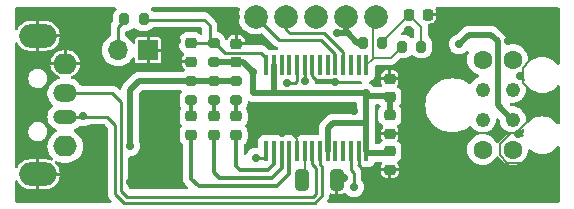
<source format=gtl>
G04 #@! TF.GenerationSoftware,KiCad,Pcbnew,8.0.3*
G04 #@! TF.CreationDate,2024-07-26T08:12:38+02:00*
G04 #@! TF.ProjectId,Midi Stick,4d696469-2053-4746-9963-6b2e6b696361,1.3*
G04 #@! TF.SameCoordinates,Original*
G04 #@! TF.FileFunction,Copper,L1,Top*
G04 #@! TF.FilePolarity,Positive*
%FSLAX46Y46*%
G04 Gerber Fmt 4.6, Leading zero omitted, Abs format (unit mm)*
G04 Created by KiCad (PCBNEW 8.0.3) date 2024-07-26 08:12:38*
%MOMM*%
%LPD*%
G01*
G04 APERTURE LIST*
G04 Aperture macros list*
%AMRoundRect*
0 Rectangle with rounded corners*
0 $1 Rounding radius*
0 $2 $3 $4 $5 $6 $7 $8 $9 X,Y pos of 4 corners*
0 Add a 4 corners polygon primitive as box body*
4,1,4,$2,$3,$4,$5,$6,$7,$8,$9,$2,$3,0*
0 Add four circle primitives for the rounded corners*
1,1,$1+$1,$2,$3*
1,1,$1+$1,$4,$5*
1,1,$1+$1,$6,$7*
1,1,$1+$1,$8,$9*
0 Add four rect primitives between the rounded corners*
20,1,$1+$1,$2,$3,$4,$5,0*
20,1,$1+$1,$4,$5,$6,$7,0*
20,1,$1+$1,$6,$7,$8,$9,0*
20,1,$1+$1,$8,$9,$2,$3,0*%
G04 Aperture macros list end*
G04 #@! TA.AperFunction,SMDPad,CuDef*
%ADD10RoundRect,0.200000X-0.200000X-0.275000X0.200000X-0.275000X0.200000X0.275000X-0.200000X0.275000X0*%
G04 #@! TD*
G04 #@! TA.AperFunction,SMDPad,CuDef*
%ADD11RoundRect,0.218750X-0.256250X0.218750X-0.256250X-0.218750X0.256250X-0.218750X0.256250X0.218750X0*%
G04 #@! TD*
G04 #@! TA.AperFunction,SMDPad,CuDef*
%ADD12R,0.431000X1.658099*%
G04 #@! TD*
G04 #@! TA.AperFunction,SMDPad,CuDef*
%ADD13RoundRect,0.200000X0.275000X-0.200000X0.275000X0.200000X-0.275000X0.200000X-0.275000X-0.200000X0*%
G04 #@! TD*
G04 #@! TA.AperFunction,SMDPad,CuDef*
%ADD14RoundRect,0.200000X-0.275000X0.200000X-0.275000X-0.200000X0.275000X-0.200000X0.275000X0.200000X0*%
G04 #@! TD*
G04 #@! TA.AperFunction,SMDPad,CuDef*
%ADD15RoundRect,0.225000X-0.250000X0.225000X-0.250000X-0.225000X0.250000X-0.225000X0.250000X0.225000X0*%
G04 #@! TD*
G04 #@! TA.AperFunction,ComponentPad*
%ADD16R,1.700000X1.700000*%
G04 #@! TD*
G04 #@! TA.AperFunction,ComponentPad*
%ADD17O,1.700000X1.700000*%
G04 #@! TD*
G04 #@! TA.AperFunction,SMDPad,CuDef*
%ADD18RoundRect,0.225000X-0.225000X-0.250000X0.225000X-0.250000X0.225000X0.250000X-0.225000X0.250000X0*%
G04 #@! TD*
G04 #@! TA.AperFunction,ComponentPad*
%ADD19C,1.600000*%
G04 #@! TD*
G04 #@! TA.AperFunction,ComponentPad*
%ADD20C,1.219200*%
G04 #@! TD*
G04 #@! TA.AperFunction,SMDPad,CuDef*
%ADD21RoundRect,0.225000X0.250000X-0.225000X0.250000X0.225000X-0.250000X0.225000X-0.250000X-0.225000X0*%
G04 #@! TD*
G04 #@! TA.AperFunction,ComponentPad*
%ADD22O,2.000000X1.750000*%
G04 #@! TD*
G04 #@! TA.AperFunction,ComponentPad*
%ADD23O,2.000000X1.250000*%
G04 #@! TD*
G04 #@! TA.AperFunction,ComponentPad*
%ADD24O,2.000000X1.500000*%
G04 #@! TD*
G04 #@! TA.AperFunction,ComponentPad*
%ADD25O,3.200000X2.000000*%
G04 #@! TD*
G04 #@! TA.AperFunction,SMDPad,CuDef*
%ADD26C,2.000000*%
G04 #@! TD*
G04 #@! TA.AperFunction,SMDPad,CuDef*
%ADD27RoundRect,0.250000X0.325000X0.650000X-0.325000X0.650000X-0.325000X-0.650000X0.325000X-0.650000X0*%
G04 #@! TD*
G04 #@! TA.AperFunction,ViaPad*
%ADD28C,0.700000*%
G04 #@! TD*
G04 #@! TA.AperFunction,ViaPad*
%ADD29C,1.270000*%
G04 #@! TD*
G04 #@! TA.AperFunction,Conductor*
%ADD30C,0.200000*%
G04 #@! TD*
G04 #@! TA.AperFunction,Conductor*
%ADD31C,0.254000*%
G04 #@! TD*
G04 #@! TA.AperFunction,Conductor*
%ADD32C,0.500000*%
G04 #@! TD*
G04 #@! TA.AperFunction,Conductor*
%ADD33C,0.350000*%
G04 #@! TD*
G04 APERTURE END LIST*
D10*
X117157600Y-57552600D03*
X118807600Y-57552600D03*
D11*
X99291101Y-57252600D03*
X99291101Y-58827600D03*
D12*
X114132601Y-59152600D03*
X113482600Y-59152600D03*
X112832601Y-59152600D03*
X112182600Y-59152600D03*
X111532602Y-59152600D03*
X110882600Y-59152600D03*
X110232602Y-59152600D03*
X109582603Y-59152600D03*
X108932602Y-59152600D03*
X108282603Y-59152600D03*
X107632602Y-59152600D03*
X106982603Y-59152600D03*
X106332602Y-59152600D03*
X105682603Y-59152600D03*
X105682601Y-66398702D03*
X106332602Y-66398702D03*
X106982601Y-66398702D03*
X107632602Y-66398702D03*
X108282600Y-66398702D03*
X108932602Y-66398702D03*
X109582600Y-66398702D03*
X110232602Y-66398702D03*
X110882600Y-66398702D03*
X111532602Y-66398702D03*
X112182600Y-66398702D03*
X112832601Y-66398702D03*
X113482600Y-66398702D03*
X114132601Y-66398702D03*
D13*
X99303601Y-62082600D03*
X99303601Y-60432600D03*
D10*
X93632601Y-55252600D03*
X95282601Y-55252600D03*
D14*
X101208601Y-57233600D03*
X101208601Y-58883600D03*
D15*
X103113601Y-57304940D03*
X103113601Y-58854940D03*
D11*
X99303601Y-63470100D03*
X99303601Y-65045100D03*
D15*
X116132661Y-60277560D03*
X116132661Y-61827560D03*
D16*
X95666601Y-57876740D03*
D17*
X93126601Y-57876740D03*
D11*
X101208601Y-63470100D03*
X101208601Y-65045100D03*
D18*
X117782600Y-54852600D03*
X119332600Y-54852600D03*
D11*
X103113601Y-63470100D03*
X103113601Y-65045100D03*
D19*
X123992601Y-58652600D03*
D20*
X123992601Y-61192600D03*
X123992601Y-63732600D03*
D19*
X123992601Y-66272600D03*
X126532601Y-66272600D03*
D20*
X126532601Y-63732600D03*
X126532601Y-61192600D03*
D19*
X126532601Y-58652600D03*
D21*
X116132601Y-64927600D03*
X116132601Y-63377600D03*
D13*
X103113601Y-62082600D03*
X103113601Y-60432600D03*
X101208601Y-62082600D03*
X101208601Y-60432600D03*
D22*
X88650001Y-66002600D03*
D23*
X88650001Y-63502600D03*
D24*
X88650001Y-61502600D03*
D22*
X88650001Y-59002600D03*
D25*
X86332601Y-68352600D03*
X86332601Y-56652600D03*
D26*
X114970601Y-55010600D03*
X112430601Y-55010600D03*
X109890601Y-55010600D03*
X107350601Y-55010600D03*
X104810601Y-55010600D03*
D27*
X111657600Y-68852600D03*
X108707600Y-68852600D03*
D10*
X113857600Y-57252600D03*
X115507600Y-57252600D03*
D21*
X116141601Y-67977600D03*
X116141601Y-66427600D03*
D28*
X130182600Y-61452600D03*
X127182600Y-60052600D03*
X89132641Y-55052560D03*
X98132651Y-57052560D03*
X122582600Y-59952600D03*
X129132661Y-55052560D03*
X91132641Y-59052560D03*
X117582600Y-61352600D03*
X96132641Y-69052560D03*
X130182600Y-63552600D03*
X112282600Y-68652600D03*
X96132641Y-65052560D03*
X124132661Y-69052560D03*
X97132651Y-59052560D03*
X120082600Y-64852600D03*
X91132641Y-67052560D03*
X125282600Y-64852600D03*
X117682600Y-56152600D03*
X120132661Y-57052560D03*
D29*
X109890601Y-55010600D03*
D28*
X117582600Y-63152600D03*
X120132661Y-69052560D03*
X85132641Y-59052560D03*
X105132651Y-63052560D03*
X128132661Y-57052560D03*
X126132661Y-57052560D03*
X119982600Y-59952600D03*
X94132641Y-69052560D03*
X115282600Y-59552600D03*
X98132651Y-69052560D03*
X130132661Y-57052560D03*
X95132641Y-67052560D03*
X85132641Y-55052560D03*
X97132651Y-63052560D03*
X122132661Y-69052560D03*
X130132661Y-69052560D03*
X127132661Y-55052560D03*
X90132641Y-57052560D03*
X125132661Y-55052560D03*
X90132641Y-69052560D03*
X123132661Y-55052560D03*
X126132661Y-69052560D03*
X111482600Y-60552600D03*
X117582600Y-64752600D03*
X103132651Y-55052560D03*
X126982600Y-64952600D03*
X113132651Y-63052560D03*
X85132641Y-63052560D03*
X115182600Y-64352600D03*
X106982600Y-64852600D03*
X121132661Y-55052560D03*
X91132641Y-55052560D03*
X118082600Y-59552600D03*
X116113601Y-69117160D03*
X94142601Y-66003600D03*
X104810601Y-66981600D03*
X104518601Y-59709600D03*
X111668601Y-56407600D03*
X114081601Y-61487600D03*
X108915601Y-60465800D03*
X107421601Y-60598600D03*
X90182600Y-63453600D03*
X113082600Y-69452600D03*
X122005661Y-57369420D03*
D30*
X126076966Y-67372600D02*
X125432601Y-66728235D01*
X125432601Y-65816965D02*
X126396966Y-64852600D01*
X127634655Y-59108235D02*
X127392836Y-59350054D01*
X127683967Y-59019473D02*
X127634655Y-59108235D01*
X125432601Y-66728235D02*
X125432601Y-65816965D01*
X128413622Y-61652600D02*
X129932661Y-61652600D01*
X130132661Y-69052560D02*
X130132661Y-66324218D01*
X126782600Y-64852600D02*
X130194929Y-61440271D01*
D31*
X103082600Y-55952709D02*
X102482541Y-55352650D01*
X109565601Y-60052230D02*
X109565601Y-59132600D01*
D30*
X130132661Y-63502661D02*
X130182600Y-63552600D01*
D31*
X113482600Y-67581599D02*
X113482600Y-66398702D01*
D30*
X123405432Y-64852600D02*
X126698970Y-64852600D01*
D31*
X109890601Y-60377230D02*
X111307230Y-60377230D01*
D30*
X130132661Y-61452600D02*
X130132661Y-63502661D01*
X111857600Y-68652600D02*
X111657600Y-68852600D01*
X127891925Y-58774297D02*
X127683967Y-59019473D01*
D31*
X113568100Y-67667100D02*
X113465601Y-67564600D01*
X113568100Y-67667099D02*
X113482600Y-67581599D01*
D30*
X130132661Y-57052560D02*
X129613662Y-57052560D01*
X129613662Y-57052560D02*
X127891925Y-58774297D01*
X129945201Y-66471728D02*
X129044329Y-67372600D01*
D31*
X111307230Y-60377230D02*
X111482600Y-60552600D01*
D30*
X127392836Y-60631814D02*
X128413622Y-61652600D01*
X120132661Y-68125371D02*
X123405432Y-64852600D01*
X126396966Y-64852600D02*
X126782600Y-64852600D01*
X120132661Y-69052560D02*
X120132661Y-68125371D01*
X130132661Y-66324218D02*
X129945201Y-66471728D01*
X107765547Y-64852600D02*
X108282600Y-65369653D01*
D31*
X109565601Y-60052230D02*
X109890601Y-60377230D01*
D30*
X127392836Y-59350054D02*
X127392836Y-60631814D01*
D31*
X103159601Y-57429940D02*
X103082600Y-57352939D01*
D30*
X106982600Y-64852600D02*
X107765547Y-64852600D01*
D31*
X103082600Y-57352939D02*
X103082600Y-55952709D01*
X113568100Y-67667100D02*
X113568100Y-67667099D01*
X113782600Y-67881600D02*
X113568100Y-67667100D01*
D30*
X129932661Y-61652600D02*
X130194929Y-61390332D01*
D31*
X113782600Y-68752600D02*
X113782600Y-67881600D01*
D30*
X129044329Y-67372600D02*
X126076966Y-67372600D01*
X112282600Y-68652600D02*
X111857600Y-68652600D01*
X108282600Y-65369653D02*
X108282600Y-66398702D01*
D31*
X104810601Y-66981600D02*
X105665601Y-66981600D01*
X105665601Y-66981600D02*
X105665601Y-66382600D01*
D32*
X102958601Y-60452600D02*
X103113601Y-60607600D01*
X94142601Y-66003600D02*
X94142601Y-61233600D01*
X94142601Y-61233600D02*
X94923601Y-60452600D01*
D31*
X104777601Y-66948600D02*
X104810601Y-66981600D01*
D32*
X94923601Y-60452600D02*
X102958601Y-60452600D01*
X104518601Y-61487600D02*
X104518601Y-59709600D01*
X106315601Y-61468600D02*
X106315601Y-59132600D01*
X112303601Y-56407600D02*
X112430601Y-56280600D01*
X106334601Y-61487600D02*
X114081601Y-61487600D01*
X113387601Y-57252600D02*
X113857600Y-57252600D01*
X114115601Y-66382600D02*
X114285601Y-66552600D01*
X101208601Y-58883600D02*
X103692601Y-58883600D01*
X103692601Y-58883600D02*
X104518601Y-59709600D01*
X114296561Y-61702560D02*
X116132661Y-61702560D01*
X110865601Y-66382600D02*
X110865601Y-64473600D01*
X114115601Y-66382600D02*
X114115601Y-64025600D01*
X112486601Y-56351600D02*
X113387601Y-57252600D01*
X114081601Y-61487600D02*
X114115601Y-61521600D01*
X116132661Y-61702560D02*
X116141601Y-61711500D01*
X111668601Y-56407600D02*
X112303601Y-56407600D01*
X114285601Y-66552600D02*
X116141601Y-66552600D01*
X112430601Y-56280600D02*
X112430601Y-54629600D01*
X106315601Y-61468600D02*
X106334601Y-61487600D01*
X110865601Y-64473600D02*
X111313601Y-64025600D01*
X104518601Y-61487600D02*
X106334601Y-61487600D01*
X116141601Y-63034600D02*
X116141601Y-61711500D01*
X111313601Y-64025600D02*
X114115601Y-64025600D01*
X114115601Y-61521600D02*
X114296561Y-61702560D01*
X114115601Y-64025600D02*
X114115601Y-61521600D01*
D31*
X108915601Y-60258600D02*
X108915601Y-59132600D01*
X108915601Y-60465800D02*
X109122801Y-60465800D01*
X108915601Y-60258600D02*
X109122801Y-60465800D01*
X108265601Y-60445600D02*
X108265601Y-59132600D01*
X108112601Y-60598600D02*
X108265601Y-60445600D01*
X107421601Y-60598600D02*
X108112601Y-60598600D01*
D30*
X108932602Y-66398702D02*
X108932602Y-68627598D01*
X108932602Y-68627598D02*
X108707600Y-68852600D01*
D31*
X92221601Y-63503600D02*
X92872601Y-64154600D01*
X92872601Y-69996600D02*
X92872601Y-64154600D01*
X88887601Y-63503600D02*
X92221601Y-63503600D01*
X93634601Y-70758600D02*
X109763601Y-70758600D01*
X109763601Y-70758600D02*
X110398601Y-70123600D01*
X92872601Y-69996600D02*
X93634601Y-70758600D01*
X110215601Y-67527600D02*
X110398601Y-67710600D01*
X110215601Y-67527600D02*
X110215601Y-66382600D01*
X110398601Y-70123600D02*
X110398601Y-67710600D01*
X93888601Y-70250600D02*
X109636601Y-70250600D01*
X109636601Y-70250600D02*
X109890601Y-69996600D01*
X93380601Y-69742600D02*
X93888601Y-70250600D01*
X109565601Y-67531600D02*
X109565601Y-66382600D01*
X109890601Y-69996600D02*
X109890601Y-67856600D01*
X93380601Y-69742600D02*
X93380601Y-62249600D01*
X109565601Y-67531600D02*
X109890601Y-67856600D01*
X88887601Y-61503600D02*
X92634601Y-61503600D01*
X92634601Y-61503600D02*
X93380601Y-62249600D01*
D33*
X105826601Y-67993600D02*
X106315601Y-67504600D01*
X106315601Y-67504600D02*
X106315601Y-66382600D01*
X103113601Y-67664600D02*
X103442601Y-67993600D01*
X103442601Y-67993600D02*
X105826601Y-67993600D01*
X103113601Y-67664600D02*
X103113601Y-64907600D01*
X99303601Y-63607600D02*
X99303601Y-61907600D01*
X103113601Y-63607600D02*
X103113601Y-61907600D01*
X106965601Y-67841600D02*
X106965601Y-66382600D01*
X101208601Y-68203600D02*
X101208601Y-64907600D01*
X101657651Y-68652640D02*
X106154561Y-68652640D01*
X101208601Y-68203600D02*
X101657651Y-68652640D01*
X106154561Y-68652640D02*
X106965601Y-67841600D01*
X99938601Y-69361600D02*
X106588601Y-69361600D01*
X99303601Y-68726600D02*
X99303601Y-64907600D01*
X106588601Y-69361600D02*
X107615601Y-68334600D01*
X107615601Y-68334600D02*
X107615601Y-66382600D01*
X99303601Y-68726600D02*
X99938601Y-69361600D01*
X101208601Y-63607600D02*
X101208601Y-61907600D01*
D31*
X93126601Y-57876740D02*
X93126601Y-55884600D01*
X93126601Y-55884600D02*
X93746601Y-55264600D01*
X106780961Y-56980960D02*
X110336961Y-56980960D01*
X111515601Y-59132600D02*
X111515601Y-58159600D01*
X104810601Y-55010600D02*
X106780961Y-56980960D01*
X110336961Y-56980960D02*
X111515601Y-58159600D01*
X104810601Y-55010600D02*
X104810601Y-54629600D01*
D30*
X116207600Y-58502600D02*
X117157600Y-57552600D01*
X114682600Y-55298601D02*
X114682600Y-58602601D01*
X114682600Y-58602601D02*
X114782601Y-58502600D01*
X114682600Y-58602601D02*
X114132601Y-59152600D01*
X114782601Y-58502600D02*
X116207600Y-58502600D01*
X114970601Y-55010600D02*
X114682600Y-55298601D01*
D31*
X107350601Y-55010600D02*
X107350601Y-54629600D01*
X107350601Y-56112230D02*
X107350601Y-55010600D01*
X110525601Y-56407600D02*
X112165601Y-58047600D01*
X107350601Y-56112230D02*
X107645971Y-56407600D01*
X112165601Y-59132600D02*
X112165601Y-58047600D01*
X107645971Y-56407600D02*
X110525601Y-56407600D01*
X113082600Y-68260599D02*
X112815601Y-67993600D01*
X112815601Y-67993600D02*
X112815601Y-66382600D01*
X113082600Y-69452600D02*
X113082600Y-68260599D01*
X100717601Y-57252600D02*
X100873601Y-57408600D01*
X100873601Y-57408600D02*
X100882600Y-57399601D01*
X100882600Y-57399601D02*
X100882600Y-55766599D01*
X100380601Y-55264600D02*
X95046601Y-55264600D01*
X105665601Y-59132600D02*
X105665601Y-58532600D01*
X101493601Y-57408600D02*
X102143601Y-58058600D01*
X100882600Y-55766599D02*
X100380601Y-55264600D01*
X100873601Y-57408600D02*
X101493601Y-57408600D01*
X99405601Y-57252600D02*
X100717601Y-57252600D01*
X102143601Y-58058600D02*
X105191601Y-58058600D01*
X105191601Y-58058600D02*
X105665601Y-58532600D01*
X99349601Y-57308600D02*
X99405601Y-57252600D01*
D32*
X125259661Y-62505660D02*
X125259661Y-57097060D01*
X122840481Y-56534600D02*
X124697201Y-56534600D01*
X124697201Y-56534600D02*
X125259661Y-57097060D01*
X125259661Y-62505660D02*
X126400601Y-63646600D01*
X126400601Y-63646600D02*
X126654601Y-63646600D01*
X126400601Y-63646600D02*
X126527601Y-63773600D01*
X122005661Y-57369420D02*
X122840481Y-56534600D01*
D30*
X115507600Y-57127600D02*
X117782600Y-54852600D01*
X118807600Y-57552600D02*
X118807600Y-55877600D01*
X115507600Y-57252600D02*
X115507600Y-57127600D01*
X118807600Y-55877600D02*
X117782600Y-54852600D01*
G04 #@! TA.AperFunction,Conductor*
G36*
X91977359Y-64150785D02*
G01*
X91998001Y-64167419D01*
X92208782Y-64378200D01*
X92242267Y-64439523D01*
X92245101Y-64465881D01*
X92245101Y-70058407D01*
X92269213Y-70179627D01*
X92269215Y-70179635D01*
X92299646Y-70253101D01*
X92316514Y-70293826D01*
X92316518Y-70293833D01*
X92351364Y-70345984D01*
X92351366Y-70345986D01*
X92385188Y-70396606D01*
X92385192Y-70396611D01*
X92543000Y-70554419D01*
X92576485Y-70615742D01*
X92571501Y-70685434D01*
X92529629Y-70741367D01*
X92464165Y-70765784D01*
X92455319Y-70766100D01*
X84512101Y-70766100D01*
X84445062Y-70746415D01*
X84399307Y-70693611D01*
X84388101Y-70642100D01*
X84388101Y-68992540D01*
X84407786Y-68925501D01*
X84460590Y-68879746D01*
X84529748Y-68869802D01*
X84593304Y-68898827D01*
X84622586Y-68936245D01*
X84660086Y-69009842D01*
X84776097Y-69169519D01*
X84776101Y-69169524D01*
X84915676Y-69309099D01*
X84915681Y-69309103D01*
X85075358Y-69425114D01*
X85251227Y-69514726D01*
X85438954Y-69575723D01*
X85633904Y-69606600D01*
X86205601Y-69606600D01*
X86205601Y-68852600D01*
X86459601Y-68852600D01*
X86459601Y-69606600D01*
X87031298Y-69606600D01*
X87226247Y-69575723D01*
X87413974Y-69514726D01*
X87589843Y-69425114D01*
X87749520Y-69309103D01*
X87749525Y-69309099D01*
X87889100Y-69169524D01*
X87889104Y-69169519D01*
X88005115Y-69009842D01*
X88094727Y-68833973D01*
X88155724Y-68646246D01*
X88182118Y-68479600D01*
X87566209Y-68479600D01*
X87582601Y-68418426D01*
X87582601Y-68286774D01*
X87566209Y-68225600D01*
X88182118Y-68225600D01*
X88155724Y-68058953D01*
X88094727Y-67871226D01*
X88005115Y-67695357D01*
X87889104Y-67535680D01*
X87889100Y-67535675D01*
X87803881Y-67450456D01*
X87770396Y-67389133D01*
X87775380Y-67319441D01*
X87817252Y-67263508D01*
X87882716Y-67239091D01*
X87947858Y-67252291D01*
X87996987Y-67277324D01*
X87996994Y-67277327D01*
X88076317Y-67303100D01*
X88202904Y-67344230D01*
X88416747Y-67378100D01*
X88416748Y-67378100D01*
X88883254Y-67378100D01*
X88883255Y-67378100D01*
X89097098Y-67344230D01*
X89303010Y-67277326D01*
X89495920Y-67179033D01*
X89671079Y-67051772D01*
X89824173Y-66898678D01*
X89951434Y-66723519D01*
X90049727Y-66530609D01*
X90116631Y-66324697D01*
X90150501Y-66110854D01*
X90150501Y-65894346D01*
X90116631Y-65680503D01*
X90075236Y-65553100D01*
X90049728Y-65474593D01*
X90049727Y-65474590D01*
X89974686Y-65327316D01*
X89951434Y-65281681D01*
X89824173Y-65106522D01*
X89671079Y-64953428D01*
X89495920Y-64826167D01*
X89481642Y-64818892D01*
X89411334Y-64783068D01*
X89360538Y-64735093D01*
X89343743Y-64667272D01*
X89366281Y-64601137D01*
X89420996Y-64557686D01*
X89429299Y-64554656D01*
X89457043Y-64545642D01*
X89614891Y-64465214D01*
X89758215Y-64361083D01*
X89816326Y-64302971D01*
X89877646Y-64269487D01*
X89929784Y-64269363D01*
X90093209Y-64304100D01*
X90093210Y-64304100D01*
X90271989Y-64304100D01*
X90271991Y-64304100D01*
X90446867Y-64266929D01*
X90610193Y-64194212D01*
X90664463Y-64154782D01*
X90730269Y-64131302D01*
X90737349Y-64131100D01*
X91910320Y-64131100D01*
X91977359Y-64150785D01*
G37*
G04 #@! TD.AperFunction*
G04 #@! TA.AperFunction,Conductor*
G36*
X130457140Y-54260785D02*
G01*
X130502895Y-54313589D01*
X130514101Y-54365100D01*
X130514101Y-59002160D01*
X130494416Y-59069199D01*
X130441612Y-59114954D01*
X130372454Y-59124898D01*
X130308898Y-59095873D01*
X130284374Y-59066950D01*
X130274278Y-59050476D01*
X130274277Y-59050473D01*
X130202133Y-58966004D01*
X130117864Y-58867337D01*
X129982534Y-58751754D01*
X129934727Y-58710923D01*
X129934724Y-58710922D01*
X129729383Y-58585088D01*
X129506873Y-58492922D01*
X129272699Y-58436702D01*
X129032601Y-58417806D01*
X128792502Y-58436702D01*
X128558328Y-58492922D01*
X128335818Y-58585088D01*
X128130477Y-58710922D01*
X128130475Y-58710923D01*
X128039416Y-58788695D01*
X127975655Y-58817265D01*
X127906569Y-58806827D01*
X127854093Y-58760697D01*
X127834888Y-58693518D01*
X127835357Y-58683596D01*
X127838069Y-58652600D01*
X127838069Y-58652598D01*
X127829493Y-58554574D01*
X127818236Y-58425908D01*
X127759340Y-58206104D01*
X127663169Y-57999866D01*
X127533534Y-57814726D01*
X127532646Y-57813458D01*
X127371742Y-57652554D01*
X127185335Y-57522032D01*
X127185333Y-57522031D01*
X126979098Y-57425861D01*
X126979089Y-57425858D01*
X126759298Y-57366966D01*
X126759294Y-57366965D01*
X126759293Y-57366965D01*
X126759292Y-57366964D01*
X126759287Y-57366964D01*
X126532603Y-57347132D01*
X126532599Y-57347132D01*
X126305914Y-57366964D01*
X126305903Y-57366966D01*
X126166254Y-57404385D01*
X126096404Y-57402722D01*
X126038542Y-57363559D01*
X126011038Y-57299331D01*
X126010161Y-57284610D01*
X126010161Y-57023141D01*
X126003237Y-56988335D01*
X126003237Y-56988334D01*
X125981320Y-56878148D01*
X125933663Y-56763095D01*
X125933663Y-56763094D01*
X125924748Y-56741571D01*
X125924746Y-56741567D01*
X125924745Y-56741565D01*
X125861612Y-56647080D01*
X125861610Y-56647077D01*
X125842615Y-56618647D01*
X125842613Y-56618645D01*
X125175622Y-55951652D01*
X125175621Y-55951651D01*
X125168693Y-55947022D01*
X125086495Y-55892100D01*
X125052696Y-55869516D01*
X125052694Y-55869515D01*
X125052691Y-55869513D01*
X124916118Y-55812943D01*
X124916108Y-55812940D01*
X124771121Y-55784100D01*
X124771119Y-55784100D01*
X122766563Y-55784100D01*
X122766561Y-55784100D01*
X122621573Y-55812940D01*
X122621563Y-55812943D01*
X122484990Y-55869513D01*
X122451187Y-55892100D01*
X122362063Y-55951649D01*
X122362062Y-55951650D01*
X121786481Y-56527230D01*
X121746555Y-56551709D01*
X121747330Y-56553449D01*
X121741397Y-56556090D01*
X121741394Y-56556091D01*
X121578069Y-56628808D01*
X121578067Y-56628809D01*
X121433429Y-56733895D01*
X121313801Y-56866756D01*
X121224411Y-57021584D01*
X121224408Y-57021590D01*
X121169165Y-57191612D01*
X121169164Y-57191614D01*
X121158556Y-57292540D01*
X121150476Y-57369420D01*
X121169164Y-57547223D01*
X121169165Y-57547226D01*
X121224408Y-57717249D01*
X121224411Y-57717255D01*
X121313802Y-57872085D01*
X121344880Y-57906600D01*
X121433425Y-58004941D01*
X121433428Y-58004943D01*
X121433431Y-58004946D01*
X121578068Y-58110032D01*
X121741394Y-58182749D01*
X121916270Y-58219920D01*
X121916271Y-58219920D01*
X122095050Y-58219920D01*
X122095052Y-58219920D01*
X122269928Y-58182749D01*
X122433254Y-58110032D01*
X122577891Y-58004946D01*
X122607164Y-57972434D01*
X122666647Y-57935786D01*
X122736504Y-57937115D01*
X122794554Y-57976000D01*
X122822365Y-58040096D01*
X122811697Y-58107810D01*
X122765861Y-58206106D01*
X122765859Y-58206111D01*
X122706967Y-58425902D01*
X122706965Y-58425913D01*
X122687133Y-58652598D01*
X122687133Y-58652601D01*
X122706965Y-58879286D01*
X122706967Y-58879297D01*
X122765859Y-59099088D01*
X122765862Y-59099097D01*
X122862032Y-59305332D01*
X122862033Y-59305334D01*
X122992555Y-59491741D01*
X123153459Y-59652645D01*
X123188425Y-59677128D01*
X123339867Y-59783168D01*
X123546105Y-59879339D01*
X123546107Y-59879339D01*
X123546114Y-59879342D01*
X123603785Y-59894794D01*
X123630671Y-59901998D01*
X123690332Y-59938362D01*
X123720862Y-60001209D01*
X123712568Y-60070584D01*
X123668083Y-60124463D01*
X123643373Y-60137399D01*
X123495678Y-60194616D01*
X123495663Y-60194623D01*
X123320752Y-60302923D01*
X123320747Y-60302927D01*
X123168713Y-60441523D01*
X123044731Y-60605703D01*
X123009807Y-60675840D01*
X122962304Y-60727077D01*
X122894641Y-60744498D01*
X122828301Y-60722572D01*
X122824652Y-60719914D01*
X122575519Y-60553448D01*
X122307357Y-60421205D01*
X122307347Y-60421201D01*
X122024234Y-60325098D01*
X122024228Y-60325096D01*
X122024221Y-60325094D01*
X121730963Y-60266762D01*
X121730956Y-60266761D01*
X121730946Y-60266760D01*
X121432608Y-60247206D01*
X121432594Y-60247206D01*
X121134255Y-60266760D01*
X121134243Y-60266761D01*
X121134239Y-60266762D01*
X121134231Y-60266763D01*
X121134228Y-60266764D01*
X120840986Y-60325093D01*
X120840972Y-60325096D01*
X120557851Y-60421203D01*
X120557830Y-60421212D01*
X120289687Y-60553446D01*
X120289680Y-60553451D01*
X120041069Y-60719566D01*
X119816265Y-60916713D01*
X119619118Y-61141517D01*
X119453003Y-61390128D01*
X119452998Y-61390135D01*
X119320764Y-61658278D01*
X119320755Y-61658299D01*
X119224648Y-61941420D01*
X119224645Y-61941434D01*
X119166316Y-62234676D01*
X119166312Y-62234703D01*
X119146758Y-62533041D01*
X119146758Y-62533056D01*
X119166312Y-62831394D01*
X119166313Y-62831404D01*
X119166314Y-62831411D01*
X119224646Y-63124669D01*
X119224648Y-63124676D01*
X119224650Y-63124682D01*
X119320753Y-63407795D01*
X119320757Y-63407805D01*
X119453000Y-63675967D01*
X119502674Y-63750309D01*
X119619120Y-63924582D01*
X119627940Y-63934639D01*
X119816265Y-64149384D01*
X119989076Y-64300934D01*
X120041068Y-64346530D01*
X120246318Y-64483674D01*
X120289682Y-64512649D01*
X120557844Y-64644892D01*
X120557854Y-64644896D01*
X120661021Y-64679916D01*
X120840981Y-64741004D01*
X121134239Y-64799336D01*
X121153524Y-64800600D01*
X121432594Y-64818892D01*
X121432601Y-64818892D01*
X121432608Y-64818892D01*
X121671464Y-64803235D01*
X121730963Y-64799336D01*
X122024221Y-64741004D01*
X122259994Y-64660970D01*
X122307347Y-64644896D01*
X122307357Y-64644892D01*
X122575519Y-64512649D01*
X122575519Y-64512648D01*
X122575523Y-64512647D01*
X122824134Y-64346530D01*
X122868814Y-64307346D01*
X122932194Y-64277944D01*
X123001411Y-64287474D01*
X123049527Y-64325847D01*
X123168713Y-64483676D01*
X123320747Y-64622272D01*
X123320752Y-64622276D01*
X123495663Y-64730576D01*
X123495664Y-64730576D01*
X123495667Y-64730578D01*
X123643374Y-64787800D01*
X123698774Y-64830372D01*
X123722365Y-64896139D01*
X123706654Y-64964219D01*
X123656630Y-65012998D01*
X123630673Y-65023201D01*
X123546109Y-65045859D01*
X123546103Y-65045861D01*
X123339868Y-65142031D01*
X123339866Y-65142032D01*
X123153459Y-65272554D01*
X122992555Y-65433458D01*
X122862033Y-65619865D01*
X122862032Y-65619867D01*
X122765862Y-65826102D01*
X122765859Y-65826111D01*
X122706967Y-66045902D01*
X122706965Y-66045913D01*
X122687133Y-66272598D01*
X122687133Y-66272601D01*
X122706965Y-66499286D01*
X122706967Y-66499297D01*
X122765859Y-66719088D01*
X122765862Y-66719097D01*
X122862032Y-66925332D01*
X122862033Y-66925334D01*
X122992555Y-67111741D01*
X123153459Y-67272645D01*
X123160144Y-67277326D01*
X123339867Y-67403168D01*
X123546105Y-67499339D01*
X123546110Y-67499340D01*
X123546112Y-67499341D01*
X123599016Y-67513516D01*
X123765909Y-67558235D01*
X123927831Y-67572401D01*
X123992599Y-67578068D01*
X123992601Y-67578068D01*
X123992603Y-67578068D01*
X124049274Y-67573109D01*
X124219293Y-67558235D01*
X124439097Y-67499339D01*
X124645335Y-67403168D01*
X124831740Y-67272647D01*
X124992648Y-67111739D01*
X125123169Y-66925334D01*
X125150219Y-66867324D01*
X125196391Y-66814885D01*
X125263584Y-66795733D01*
X125330466Y-66815948D01*
X125374983Y-66867325D01*
X125402030Y-66925328D01*
X125402033Y-66925334D01*
X125532555Y-67111741D01*
X125693459Y-67272645D01*
X125700144Y-67277326D01*
X125879867Y-67403168D01*
X126086105Y-67499339D01*
X126086110Y-67499340D01*
X126086112Y-67499341D01*
X126139016Y-67513516D01*
X126305909Y-67558235D01*
X126467831Y-67572401D01*
X126532599Y-67578068D01*
X126532601Y-67578068D01*
X126532603Y-67578068D01*
X126589274Y-67573109D01*
X126759293Y-67558235D01*
X126979097Y-67499339D01*
X127185335Y-67403168D01*
X127371740Y-67272647D01*
X127532648Y-67111739D01*
X127663169Y-66925334D01*
X127759340Y-66719096D01*
X127818236Y-66499292D01*
X127830569Y-66358324D01*
X127856020Y-66293258D01*
X127912611Y-66252280D01*
X127982373Y-66248401D01*
X128034628Y-66274844D01*
X128102480Y-66332795D01*
X128102485Y-66332799D01*
X128314201Y-66462539D01*
X128314204Y-66462541D01*
X128543608Y-66557562D01*
X128603971Y-66572053D01*
X128785057Y-66615529D01*
X129032601Y-66635011D01*
X129280145Y-66615529D01*
X129521593Y-66557562D01*
X129521594Y-66557562D01*
X129750997Y-66462541D01*
X129750998Y-66462540D01*
X129751001Y-66462539D01*
X129932315Y-66351429D01*
X129962716Y-66332799D01*
X129962716Y-66332798D01*
X129962719Y-66332797D01*
X130151535Y-66171534D01*
X130295811Y-66002607D01*
X130354317Y-65964414D01*
X130424185Y-65963915D01*
X130483232Y-66001269D01*
X130512710Y-66064616D01*
X130514101Y-66083139D01*
X130514101Y-70642100D01*
X130494416Y-70709139D01*
X130441612Y-70754894D01*
X130390101Y-70766100D01*
X110942883Y-70766100D01*
X110875844Y-70746415D01*
X110830089Y-70693611D01*
X110820145Y-70624453D01*
X110849170Y-70560897D01*
X110855202Y-70554419D01*
X110886009Y-70523611D01*
X110886010Y-70523610D01*
X110886012Y-70523608D01*
X110927600Y-70461367D01*
X110954684Y-70420833D01*
X110999597Y-70312403D01*
X111001987Y-70306634D01*
X111026101Y-70185403D01*
X111026101Y-70104791D01*
X111045786Y-70037752D01*
X111098590Y-69991997D01*
X111167748Y-69982053D01*
X111193437Y-69988610D01*
X111224369Y-70000147D01*
X111224366Y-70000147D01*
X111284380Y-70006599D01*
X111530599Y-70006599D01*
X111530600Y-70006598D01*
X111530600Y-68849600D01*
X111550285Y-68782561D01*
X111603089Y-68736806D01*
X111654600Y-68725600D01*
X111660600Y-68725600D01*
X111727639Y-68745285D01*
X111773394Y-68798089D01*
X111784600Y-68849600D01*
X111784600Y-70006599D01*
X112030807Y-70006599D01*
X112030816Y-70006598D01*
X112090835Y-70000147D01*
X112090838Y-70000146D01*
X112226622Y-69949499D01*
X112226626Y-69949497D01*
X112230885Y-69946310D01*
X112296348Y-69921891D01*
X112364622Y-69936741D01*
X112397348Y-69962603D01*
X112510364Y-70088121D01*
X112510367Y-70088123D01*
X112510370Y-70088126D01*
X112655007Y-70193212D01*
X112818333Y-70265929D01*
X112993209Y-70303100D01*
X112993210Y-70303100D01*
X113171989Y-70303100D01*
X113171991Y-70303100D01*
X113346867Y-70265929D01*
X113510193Y-70193212D01*
X113654830Y-70088126D01*
X113774459Y-69955265D01*
X113863850Y-69800435D01*
X113919097Y-69630403D01*
X113937785Y-69452600D01*
X113919097Y-69274797D01*
X113863850Y-69104765D01*
X113774459Y-68949935D01*
X113741950Y-68913830D01*
X113711720Y-68850838D01*
X113710100Y-68830858D01*
X113710100Y-68248436D01*
X115412601Y-68248436D01*
X115418734Y-68305467D01*
X115418735Y-68305472D01*
X115466868Y-68434521D01*
X115466870Y-68434524D01*
X115549412Y-68544785D01*
X115549415Y-68544788D01*
X115659676Y-68627330D01*
X115659679Y-68627332D01*
X115788728Y-68675465D01*
X115788733Y-68675466D01*
X115845764Y-68681599D01*
X115845781Y-68681600D01*
X116014601Y-68681600D01*
X116268601Y-68681600D01*
X116437421Y-68681600D01*
X116437437Y-68681599D01*
X116494468Y-68675466D01*
X116494473Y-68675465D01*
X116623522Y-68627332D01*
X116623525Y-68627330D01*
X116733786Y-68544788D01*
X116733789Y-68544785D01*
X116816331Y-68434524D01*
X116816333Y-68434521D01*
X116864466Y-68305472D01*
X116864467Y-68305467D01*
X116870600Y-68248436D01*
X116870601Y-68248419D01*
X116870601Y-68104600D01*
X116268601Y-68104600D01*
X116268601Y-68681600D01*
X116014601Y-68681600D01*
X116014601Y-68104600D01*
X115412601Y-68104600D01*
X115412601Y-68248436D01*
X113710100Y-68248436D01*
X113710100Y-68198794D01*
X113705628Y-68176314D01*
X113701156Y-68153832D01*
X113701156Y-68153829D01*
X113685987Y-68077572D01*
X113685986Y-68077565D01*
X113655141Y-68003100D01*
X113638683Y-67963366D01*
X113638676Y-67963355D01*
X113580312Y-67876006D01*
X113559434Y-67809329D01*
X113577919Y-67741949D01*
X113629898Y-67695259D01*
X113698868Y-67684083D01*
X113726745Y-67690933D01*
X113809618Y-67721843D01*
X113869228Y-67728252D01*
X114395973Y-67728251D01*
X114455584Y-67721843D01*
X114590432Y-67671548D01*
X114705647Y-67585298D01*
X114791897Y-67470083D01*
X114819491Y-67396100D01*
X114824091Y-67383767D01*
X114865962Y-67327833D01*
X114931426Y-67303416D01*
X114940273Y-67303100D01*
X115382026Y-67303100D01*
X115449065Y-67322785D01*
X115494820Y-67375589D01*
X115504764Y-67444747D01*
X115481293Y-67501411D01*
X115466868Y-67520679D01*
X115418735Y-67649727D01*
X115418734Y-67649732D01*
X115412601Y-67706763D01*
X115412601Y-67850600D01*
X116870601Y-67850600D01*
X116870601Y-67706780D01*
X116870600Y-67706763D01*
X116864467Y-67649732D01*
X116864466Y-67649727D01*
X116816333Y-67520679D01*
X116755454Y-67439356D01*
X116731036Y-67373892D01*
X116745887Y-67305618D01*
X116789622Y-67259506D01*
X116844645Y-67225568D01*
X116964569Y-67105644D01*
X117053604Y-66961297D01*
X117106950Y-66800308D01*
X117117101Y-66700945D01*
X117117100Y-66154256D01*
X117112666Y-66110854D01*
X117106950Y-66054892D01*
X117106949Y-66054889D01*
X117091113Y-66007100D01*
X117053604Y-65893903D01*
X117053600Y-65893897D01*
X117053599Y-65893894D01*
X116964571Y-65749559D01*
X116964568Y-65749555D01*
X116844644Y-65629631D01*
X116809072Y-65607690D01*
X116762348Y-65555742D01*
X116751127Y-65486779D01*
X116774904Y-65427840D01*
X116807333Y-65384520D01*
X116855466Y-65255472D01*
X116855467Y-65255467D01*
X116861600Y-65198436D01*
X116861601Y-65198419D01*
X116861601Y-65054600D01*
X115403601Y-65054600D01*
X115403601Y-65198436D01*
X115409734Y-65255467D01*
X115409735Y-65255472D01*
X115457868Y-65384520D01*
X115495984Y-65435436D01*
X115520401Y-65500900D01*
X115505550Y-65569173D01*
X115461818Y-65615283D01*
X115438560Y-65629629D01*
X115318633Y-65749555D01*
X115314325Y-65755005D01*
X115257305Y-65795385D01*
X115217054Y-65802100D01*
X114990101Y-65802100D01*
X114923062Y-65782415D01*
X114877307Y-65729611D01*
X114866101Y-65678100D01*
X114866101Y-62577060D01*
X114885786Y-62510021D01*
X114938590Y-62464266D01*
X114990101Y-62453060D01*
X115208114Y-62453060D01*
X115275153Y-62472745D01*
X115305385Y-62500155D01*
X115309697Y-62505609D01*
X115318957Y-62514869D01*
X115352442Y-62576192D01*
X115347458Y-62645884D01*
X115318960Y-62690228D01*
X115309634Y-62699553D01*
X115309630Y-62699559D01*
X115220602Y-62843894D01*
X115220597Y-62843905D01*
X115167252Y-63004890D01*
X115157101Y-63104247D01*
X115157101Y-63650937D01*
X115157102Y-63650955D01*
X115167251Y-63750307D01*
X115167252Y-63750310D01*
X115220597Y-63911294D01*
X115220602Y-63911305D01*
X115309630Y-64055640D01*
X115309631Y-64055642D01*
X115429556Y-64175567D01*
X115429560Y-64175570D01*
X115484578Y-64209506D01*
X115531303Y-64261454D01*
X115542524Y-64330416D01*
X115518748Y-64389355D01*
X115457868Y-64470679D01*
X115409735Y-64599727D01*
X115409734Y-64599732D01*
X115403601Y-64656763D01*
X115403601Y-64800600D01*
X116861601Y-64800600D01*
X116861601Y-64656780D01*
X116861600Y-64656763D01*
X116855467Y-64599732D01*
X116855466Y-64599727D01*
X116807333Y-64470679D01*
X116746454Y-64389356D01*
X116722036Y-64323892D01*
X116736887Y-64255618D01*
X116780622Y-64209506D01*
X116835645Y-64175568D01*
X116955569Y-64055644D01*
X116955569Y-64055643D01*
X116955571Y-64055642D01*
X116955571Y-64055640D01*
X116963241Y-64043206D01*
X117044604Y-63911297D01*
X117097950Y-63750308D01*
X117108101Y-63650945D01*
X117108100Y-63104256D01*
X117104179Y-63065876D01*
X117097950Y-63004892D01*
X117097949Y-63004889D01*
X117044604Y-62843903D01*
X117044600Y-62843897D01*
X117044599Y-62843894D01*
X116955571Y-62699559D01*
X116955568Y-62699555D01*
X116946304Y-62690291D01*
X116912819Y-62628968D01*
X116917803Y-62559276D01*
X116946304Y-62514929D01*
X116947641Y-62513592D01*
X116955629Y-62505604D01*
X117044664Y-62361257D01*
X117098010Y-62200268D01*
X117108161Y-62100905D01*
X117108160Y-61554216D01*
X117098010Y-61454852D01*
X117044664Y-61293863D01*
X117044660Y-61293857D01*
X117044659Y-61293854D01*
X116955631Y-61149519D01*
X116955628Y-61149515D01*
X116835704Y-61029591D01*
X116780682Y-60995653D01*
X116733958Y-60943705D01*
X116722737Y-60874742D01*
X116746514Y-60815803D01*
X116807393Y-60734480D01*
X116855526Y-60605432D01*
X116855527Y-60605427D01*
X116861660Y-60548396D01*
X116861661Y-60548379D01*
X116861661Y-60404560D01*
X115403661Y-60404560D01*
X115403661Y-60548396D01*
X115409794Y-60605427D01*
X115409795Y-60605432D01*
X115457928Y-60734480D01*
X115472353Y-60753749D01*
X115496770Y-60819213D01*
X115481918Y-60887486D01*
X115432513Y-60936892D01*
X115373086Y-60952060D01*
X114799068Y-60952060D01*
X114732029Y-60932375D01*
X114706918Y-60911032D01*
X114653836Y-60852078D01*
X114653833Y-60852076D01*
X114653832Y-60852075D01*
X114653831Y-60852074D01*
X114520475Y-60755184D01*
X114509193Y-60746987D01*
X114428289Y-60710966D01*
X114375052Y-60665716D01*
X114354731Y-60598866D01*
X114373777Y-60531643D01*
X114426143Y-60485388D01*
X114450217Y-60477008D01*
X114455573Y-60475742D01*
X114455584Y-60475741D01*
X114590432Y-60425446D01*
X114705647Y-60339196D01*
X114791897Y-60223981D01*
X114842192Y-60089133D01*
X114848601Y-60029523D01*
X114848601Y-60006723D01*
X115403661Y-60006723D01*
X115403661Y-60150560D01*
X116005661Y-60150560D01*
X116259661Y-60150560D01*
X116861661Y-60150560D01*
X116861661Y-60006740D01*
X116861660Y-60006723D01*
X116855527Y-59949692D01*
X116855526Y-59949687D01*
X116807393Y-59820638D01*
X116807391Y-59820635D01*
X116724849Y-59710374D01*
X116724846Y-59710371D01*
X116614585Y-59627829D01*
X116614582Y-59627827D01*
X116485533Y-59579694D01*
X116485528Y-59579693D01*
X116428497Y-59573560D01*
X116259661Y-59573560D01*
X116259661Y-60150560D01*
X116005661Y-60150560D01*
X116005661Y-59573560D01*
X115836824Y-59573560D01*
X115779793Y-59579693D01*
X115779788Y-59579694D01*
X115650739Y-59627827D01*
X115650736Y-59627829D01*
X115540475Y-59710371D01*
X115540472Y-59710374D01*
X115457930Y-59820635D01*
X115457928Y-59820638D01*
X115409795Y-59949687D01*
X115409794Y-59949692D01*
X115403661Y-60006723D01*
X114848601Y-60006723D01*
X114848600Y-59337196D01*
X114868284Y-59270158D01*
X114884914Y-59249521D01*
X114995018Y-59139417D01*
X115056340Y-59105934D01*
X115082698Y-59103100D01*
X116120931Y-59103100D01*
X116120947Y-59103101D01*
X116128543Y-59103101D01*
X116286654Y-59103101D01*
X116286657Y-59103101D01*
X116439385Y-59062177D01*
X116512418Y-59020011D01*
X116576316Y-58983120D01*
X116688120Y-58871316D01*
X116688120Y-58871314D01*
X116698321Y-58861114D01*
X116698324Y-58861109D01*
X116995017Y-58564416D01*
X117056339Y-58530934D01*
X117082697Y-58528100D01*
X117414213Y-58528100D01*
X117414216Y-58528100D01*
X117484796Y-58521686D01*
X117647206Y-58471078D01*
X117792785Y-58383072D01*
X117835462Y-58340395D01*
X117894919Y-58280939D01*
X117956242Y-58247454D01*
X118025934Y-58252438D01*
X118070281Y-58280939D01*
X118172411Y-58383069D01*
X118172413Y-58383070D01*
X118172415Y-58383072D01*
X118317994Y-58471078D01*
X118480404Y-58521686D01*
X118550984Y-58528100D01*
X118550987Y-58528100D01*
X119064213Y-58528100D01*
X119064216Y-58528100D01*
X119134796Y-58521686D01*
X119297206Y-58471078D01*
X119442785Y-58383072D01*
X119563072Y-58262785D01*
X119651078Y-58117206D01*
X119701686Y-57954796D01*
X119708100Y-57884216D01*
X119708100Y-57220984D01*
X119701686Y-57150404D01*
X119651078Y-56987994D01*
X119563072Y-56842415D01*
X119563070Y-56842413D01*
X119563069Y-56842411D01*
X119444419Y-56723761D01*
X119410934Y-56662438D01*
X119408100Y-56636080D01*
X119408100Y-55966659D01*
X119408101Y-55966646D01*
X119408101Y-55798545D01*
X119408101Y-55798543D01*
X119391796Y-55737692D01*
X119393459Y-55667843D01*
X119432622Y-55609981D01*
X119496850Y-55582477D01*
X119511571Y-55581600D01*
X119603420Y-55581600D01*
X119603436Y-55581599D01*
X119660467Y-55575466D01*
X119660472Y-55575465D01*
X119789521Y-55527332D01*
X119789524Y-55527330D01*
X119899785Y-55444788D01*
X119899788Y-55444785D01*
X119982330Y-55334524D01*
X119982332Y-55334521D01*
X120030465Y-55205472D01*
X120030466Y-55205467D01*
X120036599Y-55148436D01*
X120036600Y-55148419D01*
X120036600Y-54979600D01*
X119329600Y-54979600D01*
X119262561Y-54959915D01*
X119216806Y-54907111D01*
X119205600Y-54855600D01*
X119205600Y-54849600D01*
X119225285Y-54782561D01*
X119278089Y-54736806D01*
X119329600Y-54725600D01*
X120036600Y-54725600D01*
X120036600Y-54556780D01*
X120036599Y-54556763D01*
X120030466Y-54499732D01*
X120030466Y-54499730D01*
X119996414Y-54408435D01*
X119991429Y-54338743D01*
X120024913Y-54277420D01*
X120086236Y-54243934D01*
X120112595Y-54241100D01*
X130390101Y-54241100D01*
X130457140Y-54260785D01*
G37*
G04 #@! TD.AperFunction*
G04 #@! TA.AperFunction,Conductor*
G36*
X98485120Y-61222785D02*
G01*
X98530875Y-61275589D01*
X98540819Y-61344747D01*
X98511794Y-61408303D01*
X98505762Y-61414781D01*
X98473132Y-61447410D01*
X98473131Y-61447411D01*
X98385123Y-61592993D01*
X98334514Y-61755407D01*
X98328101Y-61825986D01*
X98328101Y-62339213D01*
X98334514Y-62409792D01*
X98334514Y-62409794D01*
X98334515Y-62409796D01*
X98385123Y-62572206D01*
X98462107Y-62699553D01*
X98462795Y-62700690D01*
X98480631Y-62768245D01*
X98462217Y-62829937D01*
X98391053Y-62945310D01*
X98391051Y-62945315D01*
X98382601Y-62970817D01*
X98338165Y-63104915D01*
X98338165Y-63104916D01*
X98338164Y-63104916D01*
X98328101Y-63203418D01*
X98328101Y-63736781D01*
X98338164Y-63835283D01*
X98391051Y-63994884D01*
X98391056Y-63994895D01*
X98479317Y-64137987D01*
X98479320Y-64137991D01*
X98511248Y-64169919D01*
X98544733Y-64231242D01*
X98539749Y-64300934D01*
X98511248Y-64345281D01*
X98479320Y-64377208D01*
X98479317Y-64377212D01*
X98391056Y-64520304D01*
X98391051Y-64520315D01*
X98378668Y-64557686D01*
X98338165Y-64679915D01*
X98338165Y-64679916D01*
X98338164Y-64679916D01*
X98328101Y-64778418D01*
X98328101Y-65311781D01*
X98338164Y-65410283D01*
X98391051Y-65569884D01*
X98391056Y-65569895D01*
X98479317Y-65712987D01*
X98479320Y-65712991D01*
X98591782Y-65825453D01*
X98625267Y-65886776D01*
X98628101Y-65913134D01*
X98628101Y-68793135D01*
X98654058Y-68923628D01*
X98654060Y-68923636D01*
X98704979Y-69046565D01*
X98704984Y-69046575D01*
X98778905Y-69157205D01*
X98778908Y-69157209D01*
X99033119Y-69411419D01*
X99066604Y-69472742D01*
X99061620Y-69542433D01*
X99019749Y-69598367D01*
X98954284Y-69622784D01*
X98945438Y-69623100D01*
X94199882Y-69623100D01*
X94132843Y-69603415D01*
X94112201Y-69586781D01*
X94044420Y-69519000D01*
X94010935Y-69457677D01*
X94008101Y-69431319D01*
X94008101Y-66978100D01*
X94027786Y-66911061D01*
X94080590Y-66865306D01*
X94132101Y-66854100D01*
X94231990Y-66854100D01*
X94231992Y-66854100D01*
X94406868Y-66816929D01*
X94570194Y-66744212D01*
X94714831Y-66639126D01*
X94718537Y-66635011D01*
X94758819Y-66590272D01*
X94834460Y-66506265D01*
X94923851Y-66351435D01*
X94979098Y-66181403D01*
X94997786Y-66003600D01*
X94979098Y-65825797D01*
X94923851Y-65655765D01*
X94909714Y-65631278D01*
X94893101Y-65569278D01*
X94893101Y-61595830D01*
X94912786Y-61528791D01*
X94929420Y-61508149D01*
X95198150Y-61239419D01*
X95259473Y-61205934D01*
X95285831Y-61203100D01*
X98418081Y-61203100D01*
X98485120Y-61222785D01*
G37*
G04 #@! TD.AperFunction*
G04 #@! TA.AperFunction,Conductor*
G36*
X92946120Y-54260785D02*
G01*
X92991875Y-54313589D01*
X93001819Y-54382747D01*
X92972794Y-54446303D01*
X92966762Y-54452781D01*
X92877132Y-54542410D01*
X92877131Y-54542411D01*
X92789123Y-54687993D01*
X92738514Y-54850407D01*
X92732101Y-54920986D01*
X92732101Y-55340318D01*
X92712416Y-55407357D01*
X92695782Y-55427999D01*
X92639192Y-55484588D01*
X92639186Y-55484596D01*
X92570521Y-55587361D01*
X92570517Y-55587368D01*
X92564831Y-55601097D01*
X92564830Y-55601099D01*
X92523215Y-55701564D01*
X92523213Y-55701572D01*
X92499101Y-55822792D01*
X92499101Y-56602913D01*
X92479416Y-56669952D01*
X92446225Y-56704488D01*
X92255195Y-56838248D01*
X92088106Y-57005337D01*
X91952566Y-57198909D01*
X91952565Y-57198911D01*
X91852699Y-57413075D01*
X91852695Y-57413084D01*
X91791539Y-57641326D01*
X91791537Y-57641336D01*
X91770942Y-57876739D01*
X91770942Y-57876740D01*
X91791537Y-58112143D01*
X91791539Y-58112153D01*
X91852695Y-58340395D01*
X91852697Y-58340399D01*
X91852698Y-58340403D01*
X91927815Y-58501492D01*
X91952566Y-58554570D01*
X91952568Y-58554574D01*
X92051311Y-58695593D01*
X92088106Y-58748141D01*
X92255200Y-58915235D01*
X92311419Y-58954600D01*
X92448766Y-59050772D01*
X92448768Y-59050773D01*
X92448771Y-59050775D01*
X92662938Y-59150643D01*
X92891193Y-59211803D01*
X93079519Y-59228279D01*
X93126600Y-59232399D01*
X93126601Y-59232399D01*
X93126602Y-59232399D01*
X93165835Y-59228966D01*
X93362009Y-59211803D01*
X93590264Y-59150643D01*
X93804431Y-59050775D01*
X93998002Y-58915235D01*
X94165096Y-58748141D01*
X94300636Y-58554570D01*
X94326221Y-58499702D01*
X94372390Y-58447266D01*
X94439583Y-58428113D01*
X94506464Y-58448328D01*
X94551800Y-58501492D01*
X94562601Y-58552108D01*
X94562601Y-58751754D01*
X94577338Y-58825846D01*
X94577339Y-58825849D01*
X94633477Y-58909863D01*
X94717496Y-58966003D01*
X94717497Y-58966004D01*
X94791581Y-58980739D01*
X95539600Y-58980739D01*
X95539601Y-58980738D01*
X95539601Y-58360348D01*
X95600775Y-58376740D01*
X95732427Y-58376740D01*
X95793601Y-58360348D01*
X95793601Y-58980739D01*
X96541616Y-58980739D01*
X96615707Y-58966002D01*
X96615710Y-58966001D01*
X96699724Y-58909863D01*
X96755864Y-58825844D01*
X96755865Y-58825843D01*
X96770600Y-58751761D01*
X96770601Y-58751758D01*
X96770601Y-58003740D01*
X96150209Y-58003740D01*
X96166601Y-57942566D01*
X96166601Y-57810914D01*
X96150209Y-57749740D01*
X96770600Y-57749740D01*
X96770600Y-57001725D01*
X96755863Y-56927633D01*
X96755862Y-56927630D01*
X96699724Y-56843616D01*
X96615705Y-56787476D01*
X96615704Y-56787475D01*
X96541622Y-56772740D01*
X95793601Y-56772740D01*
X95793601Y-57393131D01*
X95732427Y-57376740D01*
X95600775Y-57376740D01*
X95539601Y-57393131D01*
X95539601Y-56772740D01*
X94791586Y-56772740D01*
X94717494Y-56787477D01*
X94717491Y-56787478D01*
X94633477Y-56843616D01*
X94577337Y-56927635D01*
X94577336Y-56927636D01*
X94562601Y-57001718D01*
X94562601Y-57201368D01*
X94542916Y-57268407D01*
X94490112Y-57314162D01*
X94420954Y-57324106D01*
X94357398Y-57295081D01*
X94326219Y-57253773D01*
X94300636Y-57198911D01*
X94300635Y-57198909D01*
X94165095Y-57005337D01*
X93998003Y-56838246D01*
X93998002Y-56838245D01*
X93890675Y-56763094D01*
X93806976Y-56704487D01*
X93763353Y-56649911D01*
X93754101Y-56602913D01*
X93754101Y-56352100D01*
X93773786Y-56285061D01*
X93826590Y-56239306D01*
X93878101Y-56228100D01*
X93889214Y-56228100D01*
X93889217Y-56228100D01*
X93959797Y-56221686D01*
X94122207Y-56171078D01*
X94267786Y-56083072D01*
X94299336Y-56051522D01*
X94369920Y-55980939D01*
X94431243Y-55947454D01*
X94500935Y-55952438D01*
X94545282Y-55980939D01*
X94647412Y-56083069D01*
X94647414Y-56083070D01*
X94647416Y-56083072D01*
X94792995Y-56171078D01*
X94955405Y-56221686D01*
X95025985Y-56228100D01*
X95025988Y-56228100D01*
X95539214Y-56228100D01*
X95539217Y-56228100D01*
X95609797Y-56221686D01*
X95772207Y-56171078D01*
X95917786Y-56083072D01*
X96038073Y-55962785D01*
X96044625Y-55951947D01*
X96096154Y-55904761D01*
X96150740Y-55892100D01*
X100069320Y-55892100D01*
X100136359Y-55911785D01*
X100157001Y-55928419D01*
X100218781Y-55990199D01*
X100252266Y-56051522D01*
X100255100Y-56077880D01*
X100255100Y-56425064D01*
X100235415Y-56492103D01*
X100182611Y-56537858D01*
X100113453Y-56547802D01*
X100049897Y-56518777D01*
X100043420Y-56512746D01*
X99996492Y-56465819D01*
X99996488Y-56465816D01*
X99853396Y-56377555D01*
X99853390Y-56377552D01*
X99853388Y-56377551D01*
X99693786Y-56324664D01*
X99693784Y-56324663D01*
X99595282Y-56314600D01*
X99595275Y-56314600D01*
X98986927Y-56314600D01*
X98986919Y-56314600D01*
X98888417Y-56324663D01*
X98888416Y-56324664D01*
X98844139Y-56339336D01*
X98728816Y-56377550D01*
X98728805Y-56377555D01*
X98585713Y-56465816D01*
X98585709Y-56465819D01*
X98466820Y-56584708D01*
X98466817Y-56584712D01*
X98378556Y-56727804D01*
X98378551Y-56727815D01*
X98361391Y-56779600D01*
X98325665Y-56887415D01*
X98325665Y-56887416D01*
X98325664Y-56887416D01*
X98315601Y-56985918D01*
X98315601Y-57519281D01*
X98325664Y-57617783D01*
X98378551Y-57777384D01*
X98378556Y-57777395D01*
X98466817Y-57920487D01*
X98466820Y-57920491D01*
X98585709Y-58039380D01*
X98585713Y-58039383D01*
X98665135Y-58088372D01*
X98711860Y-58140320D01*
X98723081Y-58209283D01*
X98699305Y-58268220D01*
X98615663Y-58379952D01*
X98615661Y-58379954D01*
X98568157Y-58507317D01*
X98568156Y-58507320D01*
X98562101Y-58563644D01*
X98562101Y-58700600D01*
X99294101Y-58700600D01*
X99361140Y-58720285D01*
X99406895Y-58773089D01*
X99418101Y-58824600D01*
X99418101Y-58830600D01*
X99398416Y-58897639D01*
X99345612Y-58943394D01*
X99294101Y-58954600D01*
X98562101Y-58954600D01*
X98562101Y-59091555D01*
X98568156Y-59147879D01*
X98568157Y-59147882D01*
X98615661Y-59275244D01*
X98697131Y-59384073D01*
X98720126Y-59401288D01*
X98761997Y-59457221D01*
X98766981Y-59526913D01*
X98733495Y-59588236D01*
X98709966Y-59606670D01*
X98586998Y-59681008D01*
X98586013Y-59679379D01*
X98530309Y-59701560D01*
X98518752Y-59702100D01*
X94849681Y-59702100D01*
X94704693Y-59730940D01*
X94704683Y-59730943D01*
X94568112Y-59787512D01*
X94568097Y-59787520D01*
X94522335Y-59818099D01*
X94522332Y-59818101D01*
X94445190Y-59869643D01*
X94445185Y-59869647D01*
X93559649Y-60755183D01*
X93543101Y-60779951D01*
X93524296Y-60808095D01*
X93477515Y-60878107D01*
X93420944Y-61014682D01*
X93420941Y-61014691D01*
X93401854Y-61110647D01*
X93369468Y-61172557D01*
X93308752Y-61207131D01*
X93238983Y-61203390D01*
X93192556Y-61174135D01*
X93034610Y-61016189D01*
X93021409Y-61007369D01*
X93008297Y-60998608D01*
X92953505Y-60961997D01*
X92931839Y-60947520D01*
X92931827Y-60947513D01*
X92881168Y-60926530D01*
X92817636Y-60900214D01*
X92817628Y-60900212D01*
X92696408Y-60876100D01*
X92696404Y-60876100D01*
X90053707Y-60876100D01*
X89986668Y-60856415D01*
X89953389Y-60824986D01*
X89941117Y-60808095D01*
X89853829Y-60687954D01*
X89714647Y-60548772D01*
X89555406Y-60433076D01*
X89540425Y-60425443D01*
X89380030Y-60343717D01*
X89203462Y-60286346D01*
X89145787Y-60246908D01*
X89118589Y-60182549D01*
X89130504Y-60113703D01*
X89177749Y-60062227D01*
X89203469Y-60050482D01*
X89208391Y-60048882D01*
X89366729Y-59968204D01*
X89510488Y-59863758D01*
X89510493Y-59863754D01*
X89636155Y-59738092D01*
X89636159Y-59738087D01*
X89740605Y-59594328D01*
X89821284Y-59435990D01*
X89876201Y-59266975D01*
X89897959Y-59129600D01*
X89133609Y-59129600D01*
X89150001Y-59068426D01*
X89150001Y-58936774D01*
X89133609Y-58875600D01*
X89897959Y-58875600D01*
X89876201Y-58738224D01*
X89821284Y-58569209D01*
X89740605Y-58410871D01*
X89636159Y-58267112D01*
X89636155Y-58267107D01*
X89510493Y-58141445D01*
X89510488Y-58141441D01*
X89366729Y-58036995D01*
X89208391Y-57956316D01*
X89039376Y-57901400D01*
X88863854Y-57873600D01*
X88777001Y-57873600D01*
X88777001Y-58518991D01*
X88715827Y-58502600D01*
X88584175Y-58502600D01*
X88523001Y-58518991D01*
X88523001Y-57873600D01*
X88436148Y-57873600D01*
X88260625Y-57901400D01*
X88091610Y-57956316D01*
X87933272Y-58036995D01*
X87789513Y-58141441D01*
X87789508Y-58141445D01*
X87663846Y-58267107D01*
X87663842Y-58267112D01*
X87559396Y-58410871D01*
X87478717Y-58569209D01*
X87423800Y-58738224D01*
X87402043Y-58875600D01*
X88166393Y-58875600D01*
X88150001Y-58936774D01*
X88150001Y-59068426D01*
X88166393Y-59129600D01*
X87402043Y-59129600D01*
X87423800Y-59266975D01*
X87478717Y-59435990D01*
X87559396Y-59594328D01*
X87663842Y-59738087D01*
X87663846Y-59738092D01*
X87789508Y-59863754D01*
X87789513Y-59863758D01*
X87933272Y-59968204D01*
X88091611Y-60048883D01*
X88096535Y-60050483D01*
X88154212Y-60089919D01*
X88181411Y-60154277D01*
X88169499Y-60223124D01*
X88122256Y-60274601D01*
X88096539Y-60286346D01*
X87919971Y-60343717D01*
X87744595Y-60433076D01*
X87677053Y-60482149D01*
X87585355Y-60548772D01*
X87585353Y-60548774D01*
X87585352Y-60548774D01*
X87446175Y-60687951D01*
X87446175Y-60687952D01*
X87446173Y-60687954D01*
X87412370Y-60734480D01*
X87330477Y-60847194D01*
X87241118Y-61022570D01*
X87180291Y-61209773D01*
X87149501Y-61404177D01*
X87149501Y-61601022D01*
X87180291Y-61795426D01*
X87241118Y-61982629D01*
X87301383Y-62100905D01*
X87330477Y-62158005D01*
X87446173Y-62317246D01*
X87446175Y-62317248D01*
X87573067Y-62444140D01*
X87606552Y-62505463D01*
X87601568Y-62575155D01*
X87559696Y-62631088D01*
X87558277Y-62632135D01*
X87541790Y-62644114D01*
X87541784Y-62644119D01*
X87416520Y-62769383D01*
X87416520Y-62769384D01*
X87416518Y-62769386D01*
X87392671Y-62802209D01*
X87312387Y-62912709D01*
X87231958Y-63070557D01*
X87231957Y-63070560D01*
X87177215Y-63239043D01*
X87157975Y-63360519D01*
X87149501Y-63414021D01*
X87149501Y-63591179D01*
X87154891Y-63625209D01*
X87177215Y-63766156D01*
X87231957Y-63934639D01*
X87231958Y-63934642D01*
X87287273Y-64043202D01*
X87312387Y-64092490D01*
X87416518Y-64235814D01*
X87541787Y-64361083D01*
X87685111Y-64465214D01*
X87842959Y-64545642D01*
X87870689Y-64554652D01*
X87928364Y-64594088D01*
X87955563Y-64658446D01*
X87943650Y-64727292D01*
X87896407Y-64778769D01*
X87888668Y-64783067D01*
X87804084Y-64826165D01*
X87764928Y-64854614D01*
X87628923Y-64953428D01*
X87628921Y-64953430D01*
X87628920Y-64953430D01*
X87475831Y-65106519D01*
X87475831Y-65106520D01*
X87475829Y-65106522D01*
X87421175Y-65181745D01*
X87348568Y-65281680D01*
X87250274Y-65474590D01*
X87250273Y-65474593D01*
X87183371Y-65680501D01*
X87159395Y-65831881D01*
X87149501Y-65894346D01*
X87149501Y-66110854D01*
X87156375Y-66154256D01*
X87183371Y-66324698D01*
X87250273Y-66530606D01*
X87250274Y-66530609D01*
X87305567Y-66639126D01*
X87348568Y-66723519D01*
X87475829Y-66898678D01*
X87475831Y-66898680D01*
X87581415Y-67004264D01*
X87614900Y-67065587D01*
X87609916Y-67135279D01*
X87568044Y-67191212D01*
X87502580Y-67215629D01*
X87437439Y-67202430D01*
X87413974Y-67190473D01*
X87226247Y-67129476D01*
X87031298Y-67098600D01*
X86459601Y-67098600D01*
X86459601Y-67852600D01*
X86205601Y-67852600D01*
X86205601Y-67098600D01*
X85633904Y-67098600D01*
X85438954Y-67129476D01*
X85251227Y-67190473D01*
X85075358Y-67280085D01*
X84915681Y-67396096D01*
X84915676Y-67396100D01*
X84776101Y-67535675D01*
X84776097Y-67535680D01*
X84660084Y-67695359D01*
X84622585Y-67768955D01*
X84574611Y-67819750D01*
X84506790Y-67836545D01*
X84440655Y-67814007D01*
X84397204Y-67759292D01*
X84388101Y-67712659D01*
X84388101Y-64673753D01*
X85532101Y-64673753D01*
X85532101Y-64831446D01*
X85562862Y-64986089D01*
X85562865Y-64986101D01*
X85623203Y-65131772D01*
X85623210Y-65131785D01*
X85710811Y-65262888D01*
X85710814Y-65262892D01*
X85822308Y-65374386D01*
X85822312Y-65374389D01*
X85953415Y-65461990D01*
X85953428Y-65461997D01*
X86047350Y-65500900D01*
X86099104Y-65522337D01*
X86190903Y-65540597D01*
X86253754Y-65553099D01*
X86253757Y-65553100D01*
X86253759Y-65553100D01*
X86411445Y-65553100D01*
X86411446Y-65553099D01*
X86566098Y-65522337D01*
X86711780Y-65461994D01*
X86842890Y-65374389D01*
X86954390Y-65262889D01*
X87041995Y-65131779D01*
X87102338Y-64986097D01*
X87133101Y-64831442D01*
X87133101Y-64673758D01*
X87133101Y-64673755D01*
X87133100Y-64673753D01*
X87124019Y-64628100D01*
X87102338Y-64519103D01*
X87069375Y-64439523D01*
X87041998Y-64373427D01*
X87041991Y-64373414D01*
X86954390Y-64242311D01*
X86954387Y-64242307D01*
X86842893Y-64130813D01*
X86842889Y-64130810D01*
X86711786Y-64043209D01*
X86711773Y-64043202D01*
X86566102Y-63982864D01*
X86566090Y-63982861D01*
X86411446Y-63952100D01*
X86411443Y-63952100D01*
X86253759Y-63952100D01*
X86253756Y-63952100D01*
X86099111Y-63982861D01*
X86099099Y-63982864D01*
X85953428Y-64043202D01*
X85953415Y-64043209D01*
X85822312Y-64130810D01*
X85822308Y-64130813D01*
X85710814Y-64242307D01*
X85710811Y-64242311D01*
X85623210Y-64373414D01*
X85623203Y-64373427D01*
X85562865Y-64519098D01*
X85562862Y-64519110D01*
X85532101Y-64673753D01*
X84388101Y-64673753D01*
X84388101Y-60173753D01*
X85532101Y-60173753D01*
X85532101Y-60331446D01*
X85562862Y-60486089D01*
X85562865Y-60486101D01*
X85623203Y-60631772D01*
X85623210Y-60631785D01*
X85710811Y-60762888D01*
X85710814Y-60762892D01*
X85822308Y-60874386D01*
X85822312Y-60874389D01*
X85953415Y-60961990D01*
X85953428Y-60961997D01*
X86084261Y-61016189D01*
X86099104Y-61022337D01*
X86253754Y-61053099D01*
X86253757Y-61053100D01*
X86253759Y-61053100D01*
X86411445Y-61053100D01*
X86411446Y-61053099D01*
X86566098Y-61022337D01*
X86711780Y-60961994D01*
X86842890Y-60874389D01*
X86954390Y-60762889D01*
X87041995Y-60631779D01*
X87102338Y-60486097D01*
X87133101Y-60331442D01*
X87133101Y-60173758D01*
X87133101Y-60173755D01*
X87133100Y-60173753D01*
X87125869Y-60137399D01*
X87102338Y-60019103D01*
X87074792Y-59952600D01*
X87041998Y-59873427D01*
X87041991Y-59873414D01*
X86954390Y-59742311D01*
X86954387Y-59742307D01*
X86842893Y-59630813D01*
X86842889Y-59630810D01*
X86711786Y-59543209D01*
X86711773Y-59543202D01*
X86566102Y-59482864D01*
X86566090Y-59482861D01*
X86411446Y-59452100D01*
X86411443Y-59452100D01*
X86253759Y-59452100D01*
X86253756Y-59452100D01*
X86099111Y-59482861D01*
X86099099Y-59482864D01*
X85953428Y-59543202D01*
X85953415Y-59543209D01*
X85822312Y-59630810D01*
X85822308Y-59630813D01*
X85710814Y-59742307D01*
X85710811Y-59742311D01*
X85623210Y-59873414D01*
X85623203Y-59873427D01*
X85562865Y-60019098D01*
X85562862Y-60019110D01*
X85532101Y-60173753D01*
X84388101Y-60173753D01*
X84388101Y-57292540D01*
X84407786Y-57225501D01*
X84460590Y-57179746D01*
X84529748Y-57169802D01*
X84593304Y-57198827D01*
X84622586Y-57236245D01*
X84660086Y-57309842D01*
X84776097Y-57469519D01*
X84776101Y-57469524D01*
X84915676Y-57609099D01*
X84915681Y-57609103D01*
X85075358Y-57725114D01*
X85251227Y-57814726D01*
X85438954Y-57875723D01*
X85633904Y-57906600D01*
X86205601Y-57906600D01*
X86205601Y-57152600D01*
X86459601Y-57152600D01*
X86459601Y-57906600D01*
X87031298Y-57906600D01*
X87226247Y-57875723D01*
X87413974Y-57814726D01*
X87589843Y-57725114D01*
X87749520Y-57609103D01*
X87749525Y-57609099D01*
X87889100Y-57469524D01*
X87889104Y-57469519D01*
X88005115Y-57309842D01*
X88094727Y-57133973D01*
X88155724Y-56946246D01*
X88182118Y-56779600D01*
X87566209Y-56779600D01*
X87582601Y-56718426D01*
X87582601Y-56586774D01*
X87566209Y-56525600D01*
X88182118Y-56525600D01*
X88155724Y-56358953D01*
X88094727Y-56171226D01*
X88005115Y-55995357D01*
X87889104Y-55835680D01*
X87889100Y-55835675D01*
X87749525Y-55696100D01*
X87749520Y-55696096D01*
X87589843Y-55580085D01*
X87413974Y-55490473D01*
X87226247Y-55429476D01*
X87031298Y-55398600D01*
X86459601Y-55398600D01*
X86459601Y-56152600D01*
X86205601Y-56152600D01*
X86205601Y-55398600D01*
X85633904Y-55398600D01*
X85438954Y-55429476D01*
X85251227Y-55490473D01*
X85075358Y-55580085D01*
X84915681Y-55696096D01*
X84915676Y-55696100D01*
X84776101Y-55835675D01*
X84776097Y-55835680D01*
X84660084Y-55995359D01*
X84622585Y-56068955D01*
X84574611Y-56119750D01*
X84506790Y-56136545D01*
X84440655Y-56114007D01*
X84397204Y-56059292D01*
X84388101Y-56012659D01*
X84388101Y-54365100D01*
X84407786Y-54298061D01*
X84460590Y-54252306D01*
X84512101Y-54241100D01*
X92879081Y-54241100D01*
X92946120Y-54260785D01*
G37*
G04 #@! TD.AperFunction*
G04 #@! TA.AperFunction,Conductor*
G36*
X104260552Y-62193047D02*
G01*
X104299688Y-62209258D01*
X104299692Y-62209258D01*
X104299693Y-62209259D01*
X104444680Y-62238100D01*
X104444683Y-62238100D01*
X106260683Y-62238100D01*
X106260684Y-62238100D01*
X106408518Y-62238100D01*
X113241101Y-62238100D01*
X113308140Y-62257785D01*
X113353895Y-62310589D01*
X113365101Y-62362100D01*
X113365101Y-63151100D01*
X113345416Y-63218139D01*
X113292612Y-63263894D01*
X113241101Y-63275100D01*
X111239677Y-63275100D01*
X111210843Y-63280834D01*
X111210844Y-63280835D01*
X111094693Y-63303939D01*
X111094687Y-63303941D01*
X111032096Y-63329868D01*
X110958109Y-63360514D01*
X110958100Y-63360519D01*
X110913839Y-63390094D01*
X110835183Y-63442649D01*
X110835180Y-63442652D01*
X110282650Y-63995181D01*
X110282646Y-63995185D01*
X110242253Y-64055642D01*
X110242252Y-64055644D01*
X110200520Y-64118099D01*
X110200513Y-64118111D01*
X110143944Y-64254682D01*
X110143941Y-64254692D01*
X110115101Y-64399679D01*
X110115101Y-64945152D01*
X110095416Y-65012191D01*
X110042612Y-65057946D01*
X109991106Y-65069152D01*
X109969234Y-65069152D01*
X109969222Y-65069153D01*
X109920850Y-65074353D01*
X109894347Y-65074353D01*
X109845973Y-65069152D01*
X109845964Y-65069152D01*
X109319229Y-65069152D01*
X109319223Y-65069153D01*
X109270854Y-65074353D01*
X109244349Y-65074353D01*
X109195975Y-65069152D01*
X109195966Y-65069152D01*
X108669231Y-65069152D01*
X108669225Y-65069153D01*
X108609618Y-65075560D01*
X108474773Y-65125854D01*
X108474766Y-65125858D01*
X108356913Y-65214084D01*
X108291449Y-65238502D01*
X108223176Y-65223651D01*
X108208291Y-65214084D01*
X108090437Y-65125858D01*
X108090430Y-65125854D01*
X107955588Y-65075562D01*
X107955587Y-65075561D01*
X107955585Y-65075561D01*
X107895975Y-65069152D01*
X107895965Y-65069152D01*
X107369231Y-65069152D01*
X107369225Y-65069153D01*
X107320853Y-65074353D01*
X107294348Y-65074353D01*
X107245974Y-65069152D01*
X107245965Y-65069152D01*
X106719230Y-65069152D01*
X106719224Y-65069153D01*
X106670853Y-65074353D01*
X106644349Y-65074353D01*
X106595975Y-65069152D01*
X106595966Y-65069152D01*
X106069231Y-65069152D01*
X106069225Y-65069153D01*
X106020853Y-65074353D01*
X105994348Y-65074353D01*
X105945974Y-65069152D01*
X105945965Y-65069152D01*
X105419230Y-65069152D01*
X105419224Y-65069153D01*
X105359617Y-65075560D01*
X105224772Y-65125854D01*
X105224765Y-65125858D01*
X105109556Y-65212104D01*
X105109553Y-65212107D01*
X105023307Y-65327316D01*
X105023303Y-65327323D01*
X104973009Y-65462169D01*
X104966602Y-65521768D01*
X104966601Y-65521787D01*
X104966601Y-66007100D01*
X104946916Y-66074139D01*
X104894112Y-66119894D01*
X104842601Y-66131100D01*
X104721210Y-66131100D01*
X104690555Y-66137615D01*
X104546334Y-66168270D01*
X104546329Y-66168272D01*
X104383009Y-66240987D01*
X104238369Y-66346075D01*
X104118741Y-66478936D01*
X104029351Y-66633764D01*
X104026705Y-66639708D01*
X104024197Y-66638591D01*
X103991583Y-66686275D01*
X103927221Y-66713465D01*
X103858376Y-66701543D01*
X103806906Y-66654293D01*
X103789101Y-66590272D01*
X103789101Y-65913134D01*
X103808786Y-65846095D01*
X103825420Y-65825453D01*
X103879873Y-65771000D01*
X103937882Y-65712991D01*
X104026150Y-65569887D01*
X104079037Y-65410285D01*
X104089101Y-65311774D01*
X104089101Y-64778426D01*
X104079037Y-64679915D01*
X104026150Y-64520313D01*
X104026146Y-64520307D01*
X104026145Y-64520304D01*
X103937884Y-64377212D01*
X103937881Y-64377208D01*
X103905954Y-64345281D01*
X103872469Y-64283958D01*
X103877453Y-64214266D01*
X103905954Y-64169919D01*
X103921091Y-64154782D01*
X103937882Y-64137991D01*
X104026150Y-63994887D01*
X104079037Y-63835285D01*
X104089101Y-63736774D01*
X104089101Y-63203426D01*
X104079037Y-63104915D01*
X104026150Y-62945313D01*
X104026146Y-62945307D01*
X104026145Y-62945304D01*
X103954985Y-62829937D01*
X103936544Y-62762545D01*
X103954407Y-62700690D01*
X104032079Y-62572206D01*
X104082687Y-62409796D01*
X104089101Y-62339216D01*
X104089101Y-62307609D01*
X104108786Y-62240570D01*
X104161590Y-62194815D01*
X104230748Y-62184871D01*
X104260552Y-62193047D01*
G37*
G04 #@! TD.AperFunction*
G04 #@! TA.AperFunction,Conductor*
G36*
X125302365Y-63612080D02*
G01*
X125317842Y-63625209D01*
X125385321Y-63692688D01*
X125418806Y-63754011D01*
X125421111Y-63768927D01*
X125436727Y-63937449D01*
X125436727Y-63937451D01*
X125436728Y-63937454D01*
X125453153Y-63995181D01*
X125493028Y-64135330D01*
X125493032Y-64135340D01*
X125583961Y-64317949D01*
X125584731Y-64319496D01*
X125595835Y-64334200D01*
X125708713Y-64483676D01*
X125860747Y-64622272D01*
X125860752Y-64622276D01*
X126035663Y-64730576D01*
X126035664Y-64730576D01*
X126035667Y-64730578D01*
X126183374Y-64787800D01*
X126238774Y-64830372D01*
X126262365Y-64896139D01*
X126246654Y-64964219D01*
X126196630Y-65012998D01*
X126170673Y-65023201D01*
X126086109Y-65045859D01*
X126086103Y-65045861D01*
X125879868Y-65142031D01*
X125879866Y-65142032D01*
X125693459Y-65272554D01*
X125532555Y-65433458D01*
X125402033Y-65619865D01*
X125402032Y-65619867D01*
X125374983Y-65677875D01*
X125328810Y-65730314D01*
X125261617Y-65749466D01*
X125194736Y-65729250D01*
X125150219Y-65677875D01*
X125135410Y-65646117D01*
X125123169Y-65619866D01*
X124992648Y-65433461D01*
X124992646Y-65433458D01*
X124831742Y-65272554D01*
X124645335Y-65142032D01*
X124645333Y-65142031D01*
X124439098Y-65045861D01*
X124439089Y-65045858D01*
X124354529Y-65023201D01*
X124294868Y-64986836D01*
X124264339Y-64923989D01*
X124272634Y-64854614D01*
X124317119Y-64800736D01*
X124341823Y-64787801D01*
X124489535Y-64730578D01*
X124664452Y-64622274D01*
X124761797Y-64533533D01*
X124816488Y-64483676D01*
X124816490Y-64483674D01*
X124940471Y-64319496D01*
X125032173Y-64135332D01*
X125088474Y-63937454D01*
X125107457Y-63732600D01*
X125106691Y-63724337D01*
X125120102Y-63655768D01*
X125168456Y-63605333D01*
X125236401Y-63589047D01*
X125302365Y-63612080D01*
G37*
G04 #@! TD.AperFunction*
G04 #@! TA.AperFunction,Conductor*
G36*
X127433988Y-64511114D02*
G01*
X127487928Y-64555523D01*
X127509296Y-64622046D01*
X127505909Y-64654117D01*
X127469671Y-64805058D01*
X127450190Y-65052601D01*
X127452457Y-65081411D01*
X127438092Y-65149788D01*
X127389040Y-65199544D01*
X127320874Y-65214882D01*
X127257717Y-65192714D01*
X127242063Y-65181753D01*
X127185335Y-65142032D01*
X127185333Y-65142031D01*
X126979098Y-65045861D01*
X126979089Y-65045858D01*
X126894529Y-65023201D01*
X126834868Y-64986836D01*
X126804339Y-64923989D01*
X126812634Y-64854614D01*
X126857119Y-64800736D01*
X126881823Y-64787801D01*
X127029535Y-64730578D01*
X127204452Y-64622274D01*
X127301797Y-64533533D01*
X127364601Y-64502916D01*
X127433988Y-64511114D01*
G37*
G04 #@! TD.AperFunction*
G04 #@! TA.AperFunction,Conductor*
G36*
X130469276Y-60807607D02*
G01*
X130508302Y-60865562D01*
X130514101Y-60903039D01*
X130514101Y-64022060D01*
X130494416Y-64089099D01*
X130441612Y-64134854D01*
X130372454Y-64144798D01*
X130308898Y-64115773D01*
X130295811Y-64102592D01*
X130217219Y-64010573D01*
X130151535Y-63933666D01*
X129987483Y-63793553D01*
X129962721Y-63772404D01*
X129962716Y-63772400D01*
X129751000Y-63642660D01*
X129750997Y-63642658D01*
X129521593Y-63547637D01*
X129280141Y-63489670D01*
X129280142Y-63489670D01*
X129032601Y-63470189D01*
X128785060Y-63489670D01*
X128543608Y-63547637D01*
X128543607Y-63547637D01*
X128314204Y-63642658D01*
X128314201Y-63642660D01*
X128102485Y-63772400D01*
X128102480Y-63772404D01*
X127913667Y-63933666D01*
X127847982Y-64010573D01*
X127789475Y-64048766D01*
X127719607Y-64049264D01*
X127660561Y-64011910D01*
X127631083Y-63948563D01*
X127630221Y-63918599D01*
X127634324Y-63874323D01*
X127647457Y-63732600D01*
X127628474Y-63527746D01*
X127572173Y-63329868D01*
X127480471Y-63145704D01*
X127356490Y-62981526D01*
X127356488Y-62981523D01*
X127204454Y-62842927D01*
X127204449Y-62842923D01*
X127029538Y-62734623D01*
X127029532Y-62734621D01*
X126837696Y-62660303D01*
X126635467Y-62622500D01*
X126635465Y-62622500D01*
X126489231Y-62622500D01*
X126422192Y-62602815D01*
X126401550Y-62586181D01*
X126329078Y-62513709D01*
X126295593Y-62452386D01*
X126300577Y-62382694D01*
X126342449Y-62326761D01*
X126407913Y-62302344D01*
X126428214Y-62302558D01*
X126429725Y-62302698D01*
X126429735Y-62302700D01*
X126429745Y-62302700D01*
X126635465Y-62302700D01*
X126635467Y-62302700D01*
X126837696Y-62264897D01*
X127029535Y-62190578D01*
X127204452Y-62082274D01*
X127313758Y-61982629D01*
X127356488Y-61943676D01*
X127356490Y-61943674D01*
X127480471Y-61779496D01*
X127572173Y-61595332D01*
X127628474Y-61397454D01*
X127647457Y-61192600D01*
X127630938Y-61014342D01*
X127644353Y-60945775D01*
X127692709Y-60895343D01*
X127760655Y-60879060D01*
X127826618Y-60902097D01*
X127848697Y-60922369D01*
X127947338Y-61037863D01*
X128078066Y-61149515D01*
X128130474Y-61194276D01*
X128130477Y-61194277D01*
X128335818Y-61320111D01*
X128395295Y-61344747D01*
X128558324Y-61412276D01*
X128792506Y-61468498D01*
X129032601Y-61487394D01*
X129272696Y-61468498D01*
X129506878Y-61412276D01*
X129729383Y-61320111D01*
X129934730Y-61194274D01*
X130117864Y-61037863D01*
X130274275Y-60854729D01*
X130284373Y-60838249D01*
X130336183Y-60791375D01*
X130405113Y-60779951D01*
X130469276Y-60807607D01*
G37*
G04 #@! TD.AperFunction*
G04 #@! TA.AperFunction,Conductor*
G36*
X109909615Y-60475739D02*
G01*
X109909619Y-60475741D01*
X109969229Y-60482150D01*
X110495974Y-60482149D01*
X110495976Y-60482148D01*
X110495989Y-60482148D01*
X110526038Y-60478917D01*
X110544347Y-60476949D01*
X110570853Y-60476949D01*
X110619227Y-60482150D01*
X111145972Y-60482149D01*
X111145974Y-60482148D01*
X111145988Y-60482148D01*
X111185637Y-60477885D01*
X111194345Y-60476949D01*
X111220855Y-60476949D01*
X111269229Y-60482150D01*
X111795974Y-60482149D01*
X111795976Y-60482148D01*
X111795989Y-60482148D01*
X111826038Y-60478917D01*
X111844347Y-60476949D01*
X111870853Y-60476949D01*
X111919227Y-60482150D01*
X112445972Y-60482149D01*
X112493797Y-60477008D01*
X112494346Y-60476949D01*
X112520854Y-60476949D01*
X112569228Y-60482150D01*
X113095973Y-60482149D01*
X113095975Y-60482148D01*
X113095989Y-60482148D01*
X113135638Y-60477885D01*
X113144346Y-60476949D01*
X113170853Y-60476949D01*
X113219227Y-60482150D01*
X113665472Y-60482149D01*
X113732511Y-60501833D01*
X113778266Y-60554637D01*
X113788210Y-60623796D01*
X113759185Y-60687352D01*
X113715908Y-60719428D01*
X113700296Y-60726379D01*
X113649860Y-60737100D01*
X109879987Y-60737100D01*
X109812948Y-60717415D01*
X109767193Y-60664611D01*
X109756666Y-60600146D01*
X109757430Y-60592864D01*
X109758403Y-60583608D01*
X109784983Y-60518994D01*
X109842278Y-60479005D01*
X109901759Y-60476277D01*
X109901906Y-60474911D01*
X109909615Y-60475739D01*
G37*
G04 #@! TD.AperFunction*
G04 #@! TA.AperFunction,Conductor*
G36*
X127448747Y-59687217D02*
G01*
X127496560Y-59738165D01*
X127509514Y-59803837D01*
X127508392Y-59818101D01*
X127498938Y-59938235D01*
X127497807Y-59952600D01*
X127516703Y-60192695D01*
X127516704Y-60192699D01*
X127543818Y-60305642D01*
X127540327Y-60375424D01*
X127499663Y-60432241D01*
X127434736Y-60458054D01*
X127366161Y-60444668D01*
X127339706Y-60426225D01*
X127204454Y-60302927D01*
X127204449Y-60302923D01*
X127029538Y-60194623D01*
X127029532Y-60194620D01*
X126881828Y-60137400D01*
X126826427Y-60094827D01*
X126802836Y-60029060D01*
X126818547Y-59960980D01*
X126868571Y-59912201D01*
X126894525Y-59901999D01*
X126947675Y-59887758D01*
X126979087Y-59879342D01*
X126979090Y-59879340D01*
X126979097Y-59879339D01*
X127185335Y-59783168D01*
X127314775Y-59692533D01*
X127380980Y-59670207D01*
X127448747Y-59687217D01*
G37*
G04 #@! TD.AperFunction*
G04 #@! TA.AperFunction,Conductor*
G36*
X103386872Y-54260785D02*
G01*
X103432627Y-54313589D01*
X103442571Y-54382747D01*
X103433390Y-54414906D01*
X103430223Y-54422128D01*
X103386537Y-54521721D01*
X103325493Y-54762775D01*
X103325491Y-54762787D01*
X103304958Y-55010594D01*
X103304958Y-55010605D01*
X103325491Y-55258412D01*
X103325493Y-55258424D01*
X103386537Y-55499481D01*
X103486427Y-55727206D01*
X103622434Y-55935382D01*
X103633547Y-55947454D01*
X103790857Y-56118338D01*
X103987092Y-56271074D01*
X103987094Y-56271075D01*
X104183851Y-56377555D01*
X104205791Y-56389428D01*
X104440987Y-56470171D01*
X104686266Y-56511100D01*
X104934936Y-56511100D01*
X105180215Y-56470171D01*
X105257782Y-56443541D01*
X105327577Y-56440391D01*
X105385724Y-56473142D01*
X106293550Y-57380968D01*
X106338440Y-57425858D01*
X106380955Y-57468373D01*
X106380957Y-57468374D01*
X106483717Y-57537036D01*
X106483719Y-57537037D01*
X106483728Y-57537043D01*
X106508303Y-57547222D01*
X106508304Y-57547223D01*
X106508305Y-57547223D01*
X106598272Y-57584489D01*
X106652675Y-57628330D01*
X106674740Y-57694625D01*
X106657460Y-57762324D01*
X106606323Y-57809934D01*
X106550819Y-57823050D01*
X106069231Y-57823050D01*
X106069225Y-57823051D01*
X106020855Y-57828251D01*
X105994350Y-57828251D01*
X105945976Y-57823050D01*
X105945970Y-57823050D01*
X105894832Y-57823050D01*
X105827793Y-57803365D01*
X105807151Y-57786731D01*
X105591612Y-57571191D01*
X105591611Y-57571190D01*
X105566826Y-57554630D01*
X105542375Y-57538292D01*
X105488834Y-57502517D01*
X105488827Y-57502513D01*
X105445058Y-57484384D01*
X105374636Y-57455214D01*
X105374628Y-57455212D01*
X105253408Y-57431100D01*
X105253404Y-57431100D01*
X103110601Y-57431100D01*
X103043562Y-57411415D01*
X102997807Y-57358611D01*
X102986601Y-57307100D01*
X102986601Y-57177940D01*
X103240601Y-57177940D01*
X103842601Y-57177940D01*
X103842601Y-57034120D01*
X103842600Y-57034103D01*
X103836467Y-56977072D01*
X103836466Y-56977067D01*
X103788333Y-56848018D01*
X103788331Y-56848015D01*
X103705789Y-56737754D01*
X103705786Y-56737751D01*
X103595525Y-56655209D01*
X103595522Y-56655207D01*
X103466473Y-56607074D01*
X103466468Y-56607073D01*
X103409437Y-56600940D01*
X103240601Y-56600940D01*
X103240601Y-57177940D01*
X102986601Y-57177940D01*
X102986601Y-56600940D01*
X102817764Y-56600940D01*
X102760733Y-56607073D01*
X102760728Y-56607074D01*
X102631679Y-56655207D01*
X102631676Y-56655209D01*
X102521415Y-56737751D01*
X102521412Y-56737754D01*
X102438870Y-56848015D01*
X102438869Y-56848017D01*
X102413361Y-56916406D01*
X102371489Y-56972339D01*
X102306024Y-56996755D01*
X102237752Y-56981902D01*
X102188347Y-56932496D01*
X102178794Y-56909960D01*
X102177687Y-56906408D01*
X102177687Y-56906404D01*
X102127079Y-56743994D01*
X102039073Y-56598415D01*
X102039071Y-56598413D01*
X102039070Y-56598411D01*
X101918789Y-56478130D01*
X101905623Y-56470171D01*
X101773207Y-56390122D01*
X101610797Y-56339514D01*
X101610791Y-56339513D01*
X101610787Y-56339512D01*
X101609903Y-56339336D01*
X101609431Y-56339089D01*
X101604533Y-56337563D01*
X101604810Y-56336671D01*
X101547993Y-56306948D01*
X101513422Y-56246231D01*
X101510100Y-56217720D01*
X101510100Y-55704795D01*
X101510099Y-55704794D01*
X101502645Y-55667317D01*
X101485986Y-55583565D01*
X101445047Y-55484730D01*
X101445047Y-55484729D01*
X101438686Y-55469372D01*
X101438679Y-55469359D01*
X101370012Y-55366592D01*
X101337941Y-55334521D01*
X101282608Y-55279188D01*
X101088088Y-55084668D01*
X100780612Y-54777191D01*
X100780611Y-54777190D01*
X100769754Y-54769936D01*
X100759043Y-54762779D01*
X100720172Y-54736806D01*
X100677840Y-54708520D01*
X100677827Y-54708513D01*
X100628288Y-54687994D01*
X100563636Y-54661214D01*
X100563628Y-54661212D01*
X100442408Y-54637100D01*
X100442404Y-54637100D01*
X96165249Y-54637100D01*
X96098210Y-54617415D01*
X96059132Y-54577250D01*
X96038075Y-54542418D01*
X96038074Y-54542417D01*
X96038073Y-54542415D01*
X95948439Y-54452781D01*
X95914955Y-54391457D01*
X95919939Y-54321766D01*
X95961811Y-54265832D01*
X96027276Y-54241416D01*
X96036121Y-54241100D01*
X103319833Y-54241100D01*
X103386872Y-54260785D01*
G37*
G04 #@! TD.AperFunction*
G04 #@! TA.AperFunction,Conductor*
G36*
X117924541Y-55847784D02*
G01*
X117945183Y-55864418D01*
X118170781Y-56090016D01*
X118204266Y-56151339D01*
X118207100Y-56177697D01*
X118207100Y-56636080D01*
X118187415Y-56703119D01*
X118170781Y-56723761D01*
X118070281Y-56824261D01*
X118008958Y-56857746D01*
X117939266Y-56852762D01*
X117894919Y-56824261D01*
X117792788Y-56722130D01*
X117760655Y-56702705D01*
X117647206Y-56634122D01*
X117484796Y-56583514D01*
X117484794Y-56583513D01*
X117484792Y-56583513D01*
X117435378Y-56579023D01*
X117414216Y-56577100D01*
X117414213Y-56577100D01*
X117206697Y-56577100D01*
X117139658Y-56557415D01*
X117093903Y-56504611D01*
X117083959Y-56435453D01*
X117112984Y-56371897D01*
X117119016Y-56365419D01*
X117620016Y-55864418D01*
X117681339Y-55830933D01*
X117707697Y-55828099D01*
X117857502Y-55828099D01*
X117924541Y-55847784D01*
G37*
G04 #@! TD.AperFunction*
M02*

</source>
